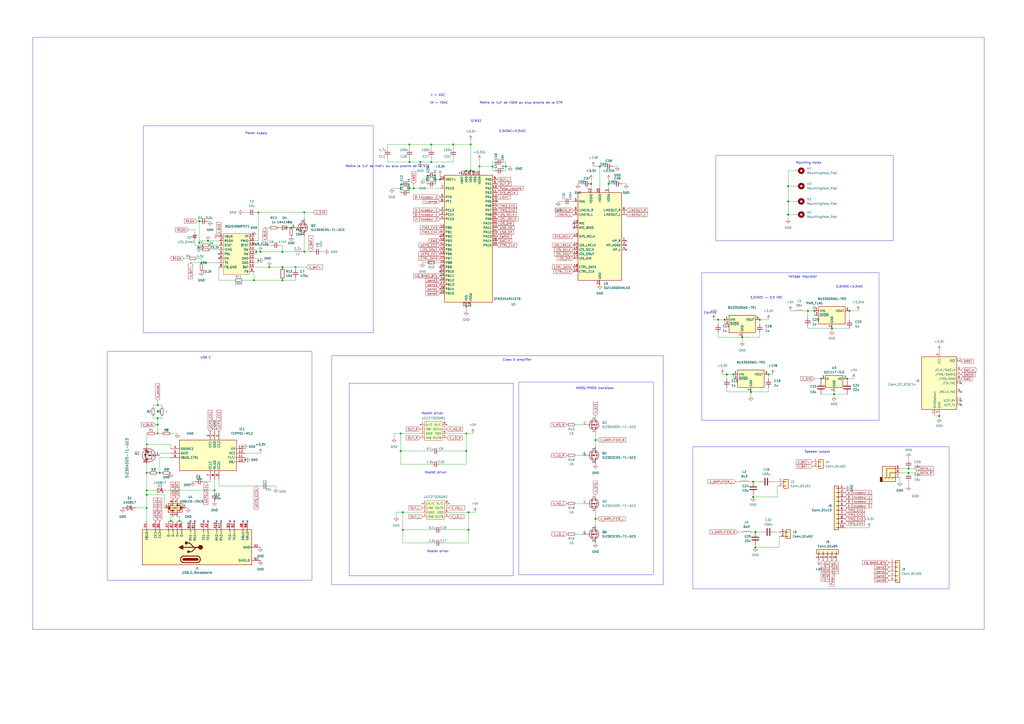
<source format=kicad_sch>
(kicad_sch (version 20231120) (generator "eeschema") (generator_version "8.0")
  (paper "A2")
  (lib_symbols
    (symbol "Audio:SGTL5000XNLA3"
      (property "Reference" "U" (at 0 0 0))
      (property "Value" "SGTL5000XNLA3" (at -5.08 -27.94 0))
      (symbol "SGTL5000XNLA3_1_1"
        (pin output line (at 15.24 -2.54 180) (length 2.54) (name "HP_R") (number "1"))
        (pin input line (at -15.24 7.62 0) (length 2.54) (name "MIC") (number "10"))
        (pin input line (at -15.24 5.08 0) (length 2.54) (name "MIC_BIAS") (number "11"))
        (pin power_in line (at -5.08 27.94 270) (length 2.54) (name "VDDIO") (number "12"))
        (pin input line (at -15.24 0 0) (length 2.54) (name "SYS_MCLK") (number "13"))
        (pin input line (at -15.24 -5.08 0) (length 2.54) (name "I2S_LRCLK") (number "14"))
        (pin input line (at -15.24 -7.62 0) (length 2.54) (name "I2S_SCLK") (number "15"))
        (pin output line (at -15.24 -10.16 0) (length 2.54) (name "I2S_DOUT") (number "16"))
        (pin input line (at -15.24 -12.7 0) (length 2.54) (name "I2S_DIN") (number "17"))
        (pin input line (at -15.24 -17.78 0) (length 2.54) (name "CTRL_DATA") (number "18"))
        (pin input line (at -15.24 -20.32 0) (length 2.54) (name "CTRL_CLK") (number "19"))
        (pin power_out line (at 15.24 -5.08 180) (length 2.54) (name "HP_VGND") (number "2"))
        (pin power_in line (at 0 27.94 270) (length 2.54) (name "VDDD") (number "20"))
        (pin power_in line (at 0 -27.94 90) (length 2.54) (name "GND") (number "21"))
        (pin power_in line (at 5.08 27.94 270) (length 2.54) (name "VDDA") (number "3"))
        (pin output line (at 15.24 -7.62 180) (length 2.54) (name "HP_L") (number "4"))
        (pin passive line (at -15.24 20.32 0) (length 2.54) (name "VAG") (number "5"))
        (pin output line (at 15.24 15.24 180) (length 2.54) (name "LINEOUT_R") (number "6"))
        (pin output line (at 15.24 12.7 180) (length 2.54) (name "LINEOUT_L") (number "7"))
        (pin input line (at -15.24 15.24 0) (length 2.54) (name "LINEIN_R") (number "8"))
        (pin input line (at -15.24 12.7 0) (length 2.54) (name "LINEIN_L") (number "9"))
      )
    )
    (symbol "BQ25:BQ25306RTET"
      (property "Reference" "BQ25306RTET1" (at 0 3.81 0))
      (property "Value" "~" (at -8.128 -0.762 0))
      (symbol "BQ25306RTET_1_1"
        (pin power_in line (at -10.16 0 0) (length 2.54) (name "VBUS") (number "1"))
        (pin power_in line (at 10.16 -17.78 180) (length 2.54) (name "BAT") (number "10"))
        (pin power_in line (at 10.16 -15.24 180) (length 2.54) (name "GND") (number "11"))
        (pin power_in line (at 10.16 -12.7 180) (length 2.54) (name "GND") (number "12"))
        (pin power_in line (at 10.16 -10.16 180) (length 2.54) (name "SW") (number "13"))
        (pin power_in line (at 10.16 -7.62 180) (length 2.54) (name "SW") (number "14"))
        (pin power_out line (at 10.16 -5.08 180) (length 2.54) (name "BTST") (number "15"))
        (pin power_out line (at 10.16 -2.54 180) (length 2.54) (name "PMID") (number "16"))
        (pin power_in line (at 10.16 0 180) (length 2.54) (name "TP") (number "17"))
        (pin power_in line (at -10.16 -2.54 0) (length 2.54) (name "REGN") (number "2"))
        (pin output line (at -10.16 -5.08 0) (length 2.54) (name "STAT") (number "3"))
        (pin input line (at -10.16 -7.62 0) (length 2.54) (name "ICHG") (number "4"))
        (pin input line (at -10.16 -10.16 0) (length 2.54) (name "POL") (number "5"))
        (pin input line (at -10.16 -12.7 0) (length 2.54) (name "EN") (number "6"))
        (pin input line (at -10.16 -15.24 0) (length 2.54) (name "TS") (number "7"))
        (pin input line (at -10.16 -17.78 0) (length 2.54) (name "FB_GND") (number "8"))
        (pin input line (at 10.16 -20.32 180) (length 2.54) (name "FB") (number "9"))
      )
    )
    (symbol "Connector:Conn_ST_STDC14"
      (property "Reference" "J" (at -8.89 16.51 0))
      (property "Value" "Conn_ST_STDC14" (at 17.78 16.51 0))
      (symbol "Conn_ST_STDC14_1_1"
        (pin no_connect line (at -10.16 5.08 0) (length 2.54) hide (name "NC") (number "1"))
        (pin output line (at 12.7 0 180) (length 2.54) (name "JTDI/NC") (number "10"))
        (pin passive line (at -2.54 -17.78 90) (length 2.54) (name "GNDDetect") (number "11"))
        (pin open_collector line (at 12.7 12.7 180) (length 2.54) (name "~{RST}") (number "12"))
        (pin output line (at 12.7 -10.16 180) (length 2.54) (name "VCP_RX") (number "13"))
        (pin input line (at 12.7 -12.7 180) (length 2.54) (name "VCP_TX") (number "14"))
        (pin no_connect line (at -10.16 2.54 0) (length 2.54) hide (name "NC") (number "2"))
        (pin power_in line (at 0 17.78 270) (length 2.54) (name "VCC") (number "3"))
        (pin bidirectional line (at 12.7 5.08 180) (length 2.54) (name "JTMS/SWDIO") (number "4"))
        (pin power_in line (at 0 -17.78 90) (length 2.54) (name "GND") (number "5"))
        (pin output line (at 12.7 7.62 180) (length 2.54) (name "JCLK/SWCLK") (number "6"))
        (pin passive line (at 0 -17.78 90) (length 2.54) hide (name "GND") (number "7"))
        (pin input line (at 12.7 2.54 180) (length 2.54) (name "JTDO/SWO") (number "8"))
        (pin input line (at 12.7 -5.08 180) (length 2.54) (name "JRCLK/NC") (number "9"))
      )
    )
    (symbol "Connector:USB_C_Receptacle" (pin_names (offset 1.016))
      (property "Reference" "J" (at -10.16 29.21 0))
      (property "Value" "USB_C_Receptacle" (at 10.16 29.21 0))
      (symbol "USB_C_Receptacle_1_1"
        (pin passive line (at 0 -40.64 90) (length 5.08) (name "GND") (number "A1"))
        (pin bidirectional line (at 15.24 -15.24 180) (length 5.08) (name "RX2-") (number "A10"))
        (pin bidirectional line (at 15.24 -17.78 180) (length 5.08) (name "RX2+") (number "A11"))
        (pin passive line (at 0 -40.64 90) (length 5.08) hide (name "GND") (number "A12"))
        (pin bidirectional line (at 15.24 -10.16 180) (length 5.08) (name "TX1+") (number "A2"))
        (pin bidirectional line (at 15.24 -7.62 180) (length 5.08) (name "TX1-") (number "A3"))
        (pin passive line (at 15.24 25.4 180) (length 5.08) (name "VBUS") (number "A4"))
        (pin bidirectional line (at 15.24 20.32 180) (length 5.08) (name "CC1") (number "A5"))
        (pin bidirectional line (at 15.24 7.62 180) (length 5.08) (name "D+") (number "A6"))
        (pin bidirectional line (at 15.24 12.7 180) (length 5.08) (name "D-") (number "A7"))
        (pin bidirectional line (at 15.24 -30.48 180) (length 5.08) (name "SBU1") (number "A8"))
        (pin passive line (at 15.24 25.4 180) (length 5.08) hide (name "VBUS") (number "A9"))
        (pin passive line (at 0 -40.64 90) (length 5.08) hide (name "GND") (number "B1"))
        (pin bidirectional line (at 15.24 0 180) (length 5.08) (name "RX1-") (number "B10"))
        (pin bidirectional line (at 15.24 -2.54 180) (length 5.08) (name "RX1+") (number "B11"))
        (pin passive line (at 0 -40.64 90) (length 5.08) hide (name "GND") (number "B12"))
        (pin bidirectional line (at 15.24 -25.4 180) (length 5.08) (name "TX2+") (number "B2"))
        (pin bidirectional line (at 15.24 -22.86 180) (length 5.08) (name "TX2-") (number "B3"))
        (pin passive line (at 15.24 25.4 180) (length 5.08) hide (name "VBUS") (number "B4"))
        (pin bidirectional line (at 15.24 17.78 180) (length 5.08) (name "CC2") (number "B5"))
        (pin bidirectional line (at 15.24 5.08 180) (length 5.08) (name "D+") (number "B6"))
        (pin bidirectional line (at 15.24 10.16 180) (length 5.08) (name "D-") (number "B7"))
        (pin bidirectional line (at 15.24 -33.02 180) (length 5.08) (name "SBU2") (number "B8"))
        (pin passive line (at 15.24 25.4 180) (length 5.08) hide (name "VBUS") (number "B9"))
        (pin passive line (at -7.62 -40.64 90) (length 5.08) (name "SHIELD") (number "S1"))
      )
    )
    (symbol "Connector_Audio:AudioJack3"
      (property "Reference" "J" (at 0 8.89 0))
      (property "Value" "AudioJack3" (at 0 6.35 0))
      (symbol "AudioJack3_1_1"
        (pin passive line (at 5.08 0 180) (length 2.54) (name "~") (number "R"))
        (pin passive line (at 5.08 2.54 180) (length 2.54) (name "~") (number "S"))
        (pin passive line (at 5.08 -2.54 180) (length 2.54) (name "~") (number "T"))
      )
    )
    (symbol "Connector_Generic:Conn_01x02" (pin_names (offset 1.016) hide)
      (property "Reference" "J" (at 0 2.54 0))
      (property "Value" "Conn_01x02" (at 0 -5.08 0))
      (symbol "Conn_01x02_1_1"
        (pin passive line (at -5.08 0 0) (length 3.81) (name "Pin_1") (number "1"))
        (pin passive line (at -5.08 -2.54 0) (length 3.81) (name "Pin_2") (number "2"))
      )
    )
    (symbol "Connector_Generic:Conn_01x05" (pin_names (offset 1.016) hide)
      (property "Reference" "J" (at 0 7.62 0))
      (property "Value" "Conn_01x05" (at 0 -7.62 0))
      (symbol "Conn_01x05_1_1"
        (pin passive line (at -5.08 5.08 0) (length 3.81) (name "Pin_1") (number "1"))
        (pin passive line (at -5.08 2.54 0) (length 3.81) (name "Pin_2") (number "2"))
        (pin passive line (at -5.08 0 0) (length 3.81) (name "Pin_3") (number "3"))
        (pin passive line (at -5.08 -2.54 0) (length 3.81) (name "Pin_4") (number "4"))
        (pin passive line (at -5.08 -5.08 0) (length 3.81) (name "Pin_5") (number "5"))
      )
    )
    (symbol "Connector_Generic:Conn_01x10" (pin_names (offset 1.016) hide)
      (property "Reference" "J" (at 0 12.7 0))
      (property "Value" "Conn_01x10" (at 0 -15.24 0))
      (symbol "Conn_01x10_1_1"
        (pin passive line (at -5.08 10.16 0) (length 3.81) (name "Pin_1") (number "1"))
        (pin passive line (at -5.08 -12.7 0) (length 3.81) (name "Pin_10") (number "10"))
        (pin passive line (at -5.08 7.62 0) (length 3.81) (name "Pin_2") (number "2"))
        (pin passive line (at -5.08 5.08 0) (length 3.81) (name "Pin_3") (number "3"))
        (pin passive line (at -5.08 2.54 0) (length 3.81) (name "Pin_4") (number "4"))
        (pin passive line (at -5.08 0 0) (length 3.81) (name "Pin_5") (number "5"))
        (pin passive line (at -5.08 -2.54 0) (length 3.81) (name "Pin_6") (number "6"))
        (pin passive line (at -5.08 -5.08 0) (length 3.81) (name "Pin_7") (number "7"))
        (pin passive line (at -5.08 -7.62 0) (length 3.81) (name "Pin_8") (number "8"))
        (pin passive line (at -5.08 -10.16 0) (length 3.81) (name "Pin_9") (number "9"))
      )
    )
    (symbol "Device:C" (pin_numbers hide) (pin_names (offset 0.254))
      (property "Reference" "C" (at 0.635 2.54 0))
      (property "Value" "C" (at 0.635 -2.54 0))
      (symbol "C_1_1"
        (pin passive line (at 0 3.81 270) (length 2.794) (name "~") (number "1"))
        (pin passive line (at 0 -3.81 90) (length 2.794) (name "~") (number "2"))
      )
    )
    (symbol "Device:C_Small" (pin_numbers hide) (pin_names (offset 0.254) hide)
      (property "Reference" "C" (at 0.254 1.778 0))
      (property "Value" "C_Small" (at 0.254 -2.032 0))
      (symbol "C_Small_1_1"
        (pin passive line (at 0 2.54 270) (length 2.032) (name "~") (number "1"))
        (pin passive line (at 0 -2.54 90) (length 2.032) (name "~") (number "2"))
      )
    )
    (symbol "Device:LED_Small" (pin_numbers hide) (pin_names (offset 0.254) hide)
      (property "Reference" "D" (at -1.27 3.175 0))
      (property "Value" "LED_Small" (at -4.445 -2.54 0))
      (symbol "LED_Small_1_1"
        (pin passive line (at -2.54 0 0) (length 1.778) (name "K") (number "1"))
        (pin passive line (at 2.54 0 180) (length 1.778) (name "A") (number "2"))
      )
    )
    (symbol "Device:L_Small" (pin_numbers hide) (pin_names (offset 0.254) hide)
      (property "Reference" "L" (at 0.762 1.016 0))
      (property "Value" "L_Small" (at 0.762 -1.016 0))
      (symbol "L_Small_1_1"
        (pin passive line (at 0 2.54 270) (length 0.508) (name "~") (number "1"))
        (pin passive line (at 0 -2.54 90) (length 0.508) (name "~") (number "2"))
      )
    )
    (symbol "Device:R" (pin_numbers hide) (pin_names (offset 0))
      (property "Reference" "R" (at 2.032 0 90))
      (property "Value" "R" (at 0 0 90))
      (symbol "R_1_1"
        (pin passive line (at 0 3.81 270) (length 1.27) (name "~") (number "1"))
        (pin passive line (at 0 -3.81 90) (length 1.27) (name "~") (number "2"))
      )
    )
    (symbol "Device:R_Small" (pin_numbers hide) (pin_names (offset 0.254) hide)
      (property "Reference" "R" (at 0.762 0.508 0))
      (property "Value" "R_Small" (at 0.762 -1.016 0))
      (symbol "R_Small_1_1"
        (pin passive line (at 0 2.54 270) (length 0.762) (name "~") (number "1"))
        (pin passive line (at 0 -2.54 90) (length 0.762) (name "~") (number "2"))
      )
    )
    (symbol "Diode:1N4148W" (pin_numbers hide) (pin_names hide)
      (property "Reference" "D" (at 0 2.54 0))
      (property "Value" "1N4148W" (at 0 -2.54 0))
      (symbol "1N4148W_1_1"
        (pin passive line (at -3.81 0 0) (length 2.54) (name "K") (number "1"))
        (pin passive line (at 3.81 0 180) (length 2.54) (name "A") (number "2"))
      )
    )
    (symbol "Diode:1N5817" (pin_numbers hide) (pin_names (offset 1.016) hide)
      (property "Reference" "D" (at 0 2.54 0))
      (property "Value" "1N5817" (at 0 -2.54 0))
      (symbol "1N5817_1_1"
        (pin passive line (at -3.81 0 0) (length 2.54) (name "K") (number "1"))
        (pin passive line (at 3.81 0 180) (length 2.54) (name "A") (number "2"))
      )
    )
    (symbol "GND_1" (power) (pin_numbers hide) (pin_names (offset 0) hide)
      (property "Value" "GND" (at 0 -3.81 0))
      (symbol "GND_1_1_1"
        (pin power_in line (at 0 0 270) (length 0) (name "~") (number "1"))
      )
    )
    (symbol "GND_10" (power) (pin_numbers hide) (pin_names (offset 0) hide)
      (property "Value" "GND" (at 0 -3.81 0))
      (symbol "GND_10_1_1"
        (pin power_in line (at 0 0 270) (length 0) (name "~") (number "1"))
      )
    )
    (symbol "GND_11" (power) (pin_numbers hide) (pin_names (offset 0) hide)
      (property "Value" "GND" (at 0 -3.81 0))
      (symbol "GND_11_1_1"
        (pin power_in line (at 0 0 270) (length 0) (name "~") (number "1"))
      )
    )
    (symbol "GND_2" (power) (pin_numbers hide) (pin_names (offset 0) hide)
      (property "Value" "GND" (at 0 -3.81 0))
      (symbol "GND_2_1_1"
        (pin power_in line (at 0 0 270) (length 0) (name "~") (number "1"))
      )
    )
    (symbol "GND_3" (power) (pin_numbers hide) (pin_names (offset 0) hide)
      (property "Value" "GND" (at 0 -3.81 0))
      (symbol "GND_3_1_1"
        (pin power_in line (at 0 0 270) (length 0) (name "~") (number "1"))
      )
    )
    (symbol "GND_4" (power) (pin_numbers hide) (pin_names (offset 0) hide)
      (property "Value" "GND" (at 0 -3.81 0))
      (symbol "GND_4_1_1"
        (pin power_in line (at 0 0 270) (length 0) (name "~") (number "1"))
      )
    )
    (symbol "GND_5" (power) (pin_numbers hide) (pin_names (offset 0) hide)
      (property "Value" "GND" (at 0 -3.81 0))
      (symbol "GND_5_1_1"
        (pin power_in line (at 0 0 270) (length 0) (name "~") (number "1"))
      )
    )
    (symbol "GND_6" (power) (pin_numbers hide) (pin_names (offset 0) hide)
      (property "Value" "GND" (at 0 -3.81 0))
      (symbol "GND_6_1_1"
        (pin power_in line (at 0 0 270) (length 0) (name "~") (number "1"))
      )
    )
    (symbol "GND_7" (power) (pin_numbers hide) (pin_names (offset 0) hide)
      (property "Value" "GND" (at 0 -3.81 0))
      (symbol "GND_7_1_1"
        (pin power_in line (at 0 0 270) (length 0) (name "~") (number "1"))
      )
    )
    (symbol "GND_8" (power) (pin_numbers hide) (pin_names (offset 0) hide)
      (property "Value" "GND" (at 0 -3.81 0))
      (symbol "GND_8_1_1"
        (pin power_in line (at 0 0 270) (length 0) (name "~") (number "1"))
      )
    )
    (symbol "GND_9" (power) (pin_numbers hide) (pin_names (offset 0) hide)
      (property "Value" "GND" (at 0 -3.81 0))
      (symbol "GND_9_1_1"
        (pin power_in line (at 0 0 270) (length 0) (name "~") (number "1"))
      )
    )
    (symbol "MCU_ST_STM32G4:STM32G491CETx"
      (property "Reference" "U" (at -12.7 39.37 0))
      (property "Value" "STM32G491CETx" (at 10.16 39.37 0))
      (symbol "STM32G491CETx_1_1"
        (pin power_in line (at -2.54 40.64 270) (length 2.54) (name "VBAT") (number "1"))
        (pin bidirectional line (at 17.78 30.48 180) (length 2.54) (name "PA2") (number "10"))
        (pin bidirectional line (at 17.78 27.94 180) (length 2.54) (name "PA3") (number "11"))
        (pin bidirectional line (at 17.78 25.4 180) (length 2.54) (name "PA4") (number "12"))
        (pin bidirectional line (at 17.78 22.86 180) (length 2.54) (name "PA5") (number "13"))
        (pin bidirectional line (at 17.78 20.32 180) (length 2.54) (name "PA6") (number "14"))
        (pin bidirectional line (at 17.78 17.78 180) (length 2.54) (name "PA7") (number "15"))
        (pin bidirectional line (at -15.24 7.62 0) (length 2.54) (name "PB0") (number "16"))
        (pin bidirectional line (at -15.24 5.08 0) (length 2.54) (name "PB1") (number "17"))
        (pin bidirectional line (at -15.24 2.54 0) (length 2.54) (name "PB2") (number "18"))
        (pin power_in line (at 2.54 -38.1 90) (length 2.54) (name "VSSA") (number "19"))
        (pin bidirectional line (at -15.24 17.78 0) (length 2.54) (name "PC13") (number "2"))
        (pin input line (at -15.24 35.56 0) (length 2.54) (name "VREF+") (number "20"))
        (pin power_in line (at 7.62 40.64 270) (length 2.54) (name "VDDA") (number "21"))
        (pin bidirectional line (at -15.24 -17.78 0) (length 2.54) (name "PB10") (number "22"))
        (pin power_in line (at 0 -38.1 90) (length 2.54) (name "VSS") (number "23"))
        (pin power_in line (at 0 40.64 270) (length 2.54) (name "VDD") (number "24"))
        (pin bidirectional line (at -15.24 -20.32 0) (length 2.54) (name "PB11") (number "25"))
        (pin bidirectional line (at -15.24 -22.86 0) (length 2.54) (name "PB12") (number "26"))
        (pin bidirectional line (at -15.24 -25.4 0) (length 2.54) (name "PB13") (number "27"))
        (pin bidirectional line (at -15.24 -27.94 0) (length 2.54) (name "PB14") (number "28"))
        (pin bidirectional line (at -15.24 -30.48 0) (length 2.54) (name "PB15") (number "29"))
        (pin bidirectional line (at -15.24 15.24 0) (length 2.54) (name "PC14") (number "3"))
        (pin bidirectional line (at 17.78 15.24 180) (length 2.54) (name "PA8") (number "30"))
        (pin bidirectional line (at 17.78 12.7 180) (length 2.54) (name "PA9") (number "31"))
        (pin bidirectional line (at 17.78 10.16 180) (length 2.54) (name "PA10") (number "32"))
        (pin bidirectional line (at 17.78 7.62 180) (length 2.54) (name "PA11") (number "33"))
        (pin bidirectional line (at 17.78 5.08 180) (length 2.54) (name "PA12") (number "34"))
        (pin passive line (at 0 -38.1 90) (length 2.54) hide (name "VSS") (number "35"))
        (pin power_in line (at 2.54 40.64 270) (length 2.54) (name "VDD") (number "36"))
        (pin bidirectional line (at 17.78 2.54 180) (length 2.54) (name "PA13") (number "37"))
        (pin bidirectional line (at 17.78 0 180) (length 2.54) (name "PA14") (number "38"))
        (pin bidirectional line (at 17.78 -2.54 180) (length 2.54) (name "PA15") (number "39"))
        (pin bidirectional line (at -15.24 12.7 0) (length 2.54) (name "PC15") (number "4"))
        (pin bidirectional line (at -15.24 0 0) (length 2.54) (name "PB3") (number "40"))
        (pin bidirectional line (at -15.24 -2.54 0) (length 2.54) (name "PB4") (number "41"))
        (pin bidirectional line (at -15.24 -5.08 0) (length 2.54) (name "PB5") (number "42"))
        (pin bidirectional line (at -15.24 -7.62 0) (length 2.54) (name "PB6") (number "43"))
        (pin bidirectional line (at -15.24 -10.16 0) (length 2.54) (name "PB7") (number "44"))
        (pin bidirectional line (at -15.24 -12.7 0) (length 2.54) (name "PB8") (number "45"))
        (pin bidirectional line (at -15.24 -15.24 0) (length 2.54) (name "PB9") (number "46"))
        (pin passive line (at 0 -38.1 90) (length 2.54) hide (name "VSS") (number "47"))
        (pin power_in line (at 5.08 40.64 270) (length 2.54) (name "VDD") (number "48"))
        (pin bidirectional line (at -15.24 25.4 0) (length 2.54) (name "PF0") (number "5"))
        (pin bidirectional line (at -15.24 22.86 0) (length 2.54) (name "PF1") (number "6"))
        (pin bidirectional line (at -15.24 30.48 0) (length 2.54) (name "PG10") (number "7"))
        (pin bidirectional line (at 17.78 35.56 180) (length 2.54) (name "PA0") (number "8"))
        (pin bidirectional line (at 17.78 33.02 180) (length 2.54) (name "PA1") (number "9"))
      )
    )
    (symbol "Mechanical:MountingHole_Pad" (pin_numbers hide) (pin_names (offset 1.016) hide)
      (property "Reference" "H" (at 0 6.35 0))
      (property "Value" "MountingHole_Pad" (at 0 4.445 0))
      (symbol "MountingHole_Pad_1_1"
        (pin input line (at 0 -2.54 90) (length 2.54) (name "1") (number "1"))
      )
    )
    (symbol "Power_Protection:USBLC6-2SC6" (pin_names hide)
      (property "Reference" "U" (at 0.635 5.715 0))
      (property "Value" "USBLC6-2SC6" (at 0.635 3.81 0))
      (symbol "USBLC6-2SC6_1_1"
        (pin passive line (at -5.08 0 0) (length 2.54) (name "I/O1") (number "1"))
        (pin passive line (at 0 -7.62 90) (length 2.54) (name "GND") (number "2"))
        (pin passive line (at -5.08 -2.54 0) (length 2.54) (name "I/O2") (number "3"))
        (pin passive line (at 5.08 -2.54 180) (length 2.54) (name "I/O2") (number "4"))
        (pin passive line (at 0 5.08 270) (length 2.54) (name "VBUS") (number "5"))
        (pin passive line (at 5.08 0 180) (length 2.54) (name "I/O1") (number "6"))
      )
    )
    (symbol "Regulator_Linear:AZ1117-5.0" (pin_names (offset 0.254))
      (property "Reference" "U" (at -3.81 3.175 0))
      (property "Value" "AZ1117-5.0" (at 0 3.175 0))
      (symbol "AZ1117-5.0_1_1"
        (pin power_in line (at 0 -7.62 90) (length 2.54) (name "GND") (number "1"))
        (pin power_out line (at 7.62 0 180) (length 2.54) (name "VO") (number "2"))
        (pin power_in line (at -7.62 0 0) (length 2.54) (name "VI") (number "3"))
      )
    )
    (symbol "Regulator_Linear:MCP1802x-xx02xOT"
      (property "Reference" "U" (at -6.35 6.35 0))
      (property "Value" "MCP1802x-xx02xOT" (at 0 6.35 0))
      (symbol "MCP1802x-xx02xOT_1_1"
        (pin power_in line (at -10.16 2.54 0) (length 2.54) (name "VIN") (number "1"))
        (pin power_in line (at 0 -7.62 90) (length 2.54) (name "GND") (number "2"))
        (pin input line (at -10.16 0 0) (length 2.54) (name "~{SHDN}") (number "3"))
        (pin no_connect line (at 7.62 0 180) (length 2.54) hide (name "NC") (number "4"))
        (pin power_out line (at 10.16 2.54 180) (length 2.54) (name "VOUT") (number "5"))
      )
    )
    (symbol "SI2304DDS:SI2304DDS-T1-GE3" (pin_names (offset 0.254))
      (property "Reference" "Q1" (at 11.43 -1.27 0))
      (property "Value" "SI2304DDS-T1-GE3" (at 19.05 -10.16 90))
      (symbol "SI2304DDS-T1-GE3_1_1"
        (pin passive line (at 0 0 0) (length 2.54) (name "G") (number "1"))
        (pin passive line (at 7.62 -5.08 90) (length 2.54) (name "S") (number "2"))
        (pin passive line (at 7.62 5.08 270) (length 2.54) (name "D") (number "3"))
      )
    )
    (symbol "Simulation_SPICE:NMOS" (pin_numbers hide) (pin_names (offset 0))
      (property "Reference" "Q" (at 5.08 1.27 0))
      (property "Value" "NMOS" (at 5.08 -1.27 0))
      (symbol "NMOS_1_1"
        (pin passive line (at 2.54 5.08 270) (length 2.54) (name "D") (number "1"))
        (pin input line (at -5.08 0 0) (length 2.54) (name "G") (number "2"))
        (pin passive line (at 2.54 -5.08 90) (length 2.54) (name "S") (number "3"))
      )
    )
    (symbol "Simulation_SPICE:PMOS" (pin_numbers hide) (pin_names (offset 0))
      (property "Reference" "Q" (at 5.08 1.27 0))
      (property "Value" "PMOS" (at 5.08 -1.27 0))
      (symbol "PMOS_1_1"
        (pin passive line (at 2.54 5.08 270) (length 2.54) (name "D") (number "1"))
        (pin input line (at -5.08 0 0) (length 2.54) (name "G") (number "2"))
        (pin passive line (at 2.54 -5.08 90) (length 2.54) (name "S") (number "3"))
      )
    )
    (symbol "TCPP01:TCPP01-M12"
      (property "Reference" "IC1" (at -1.27 13.335 90))
      (property "Value" "TCPP01-M12" (at 1.27 13.335 90))
      (symbol "TCPP01-M12_1_1"
        (pin passive line (at 0 0 0) (length 5.08) (name "CC2") (number "1"))
        (pin passive line (at 17.78 15.24 270) (length 5.08) (name "DB/") (number "10"))
        (pin passive line (at 15.24 15.24 270) (length 5.08) (name "FLT/") (number "11"))
        (pin passive line (at 12.7 15.24 270) (length 5.08) (name "VCC") (number "12"))
        (pin passive line (at 10.16 15.24 270) (length 5.08) (name "EP") (number "13"))
        (pin power_in line (at 0 -2.54 0) (length 5.08) (name "GND") (number "2"))
        (pin passive line (at 0 -5.08 0) (length 5.08) (name "CC1") (number "3"))
        (pin passive line (at 10.16 -27.94 90) (length 5.08) (name "SOURCE") (number "4"))
        (pin passive line (at 12.7 -27.94 90) (length 5.08) (name "GATE") (number "5"))
        (pin passive line (at 15.24 -27.94 90) (length 5.08) (name "VBUS_CTRL") (number "6"))
        (pin passive line (at 27.94 -5.08 180) (length 5.08) (name "CC1C") (number "7"))
        (pin passive line (at 27.94 -2.54 180) (length 5.08) (name "IN_GD") (number "8"))
        (pin passive line (at 27.94 0 180) (length 5.08) (name "CC2C") (number "9"))
      )
    )
    (symbol "UCC27325DR_1"
      (property "Reference" "UCC27325DR1" (at 0 6.35 0))
      (property "Value" "~" (at -2.54 0 0))
      (symbol "UCC27325DR_1_1_1"
        (pin no_connect line (at -7.62 2.54 0) (length 2.54) (name "N/C") (number "1"))
        (pin input line (at -7.62 0 0) (length 2.54) (name "INA") (number "2"))
        (pin power_in line (at -7.62 -2.54 0) (length 2.54) (name "GND") (number "3"))
        (pin input line (at -7.62 -5.08 0) (length 2.54) (name "INB") (number "4"))
        (pin output line (at 7.62 -5.08 180) (length 2.54) (name "OUTB") (number "5"))
        (pin power_in line (at 7.62 -2.54 180) (length 2.54) (name "VDD") (number "6"))
        (pin output line (at 7.62 0 180) (length 2.54) (name "OUTA") (number "7"))
        (pin no_connect line (at 7.62 2.54 180) (length 2.54) (name "N/C") (number "8"))
      )
    )
    (symbol "power:+1V8" (power) (pin_numbers hide) (pin_names (offset 0) hide)
      (property "Value" "+1V8" (at 0 3.556 0))
      (symbol "+1V8_1_1"
        (pin power_in line (at 0 0 90) (length 0) (name "~") (number "1"))
      )
    )
    (symbol "power:+3.3V" (power) (pin_numbers hide) (pin_names (offset 0) hide)
      (property "Value" "+3.3V" (at 0 3.556 0))
      (symbol "+3.3V_1_1"
        (pin power_in line (at 0 0 90) (length 0) (name "~") (number "1"))
      )
    )
    (symbol "power:+3.3VA" (power) (pin_numbers hide) (pin_names (offset 0) hide)
      (property "Value" "+3.3VA" (at 0 3.556 0))
      (symbol "+3.3VA_1_1"
        (pin power_in line (at 0 0 90) (length 0) (name "~") (number "1"))
      )
    )
    (symbol "power:+5V" (power) (pin_numbers hide) (pin_names (offset 0) hide)
      (property "Value" "+5V" (at 0 3.556 0))
      (symbol "+5V_1_1"
        (pin power_in line (at 0 0 90) (length 0) (name "~") (number "1"))
      )
    )
    (symbol "power:GND" (power) (pin_names (offset 0))
      (property "Value" "GND" (at 0 -3.81 0))
      (symbol "GND_1_1"
        (pin power_in line (at 0 0 270) (length 0) hide (name "GND") (number "1"))
      )
    )
    (symbol "power:PWR_FLAG" (power) (pin_numbers hide) (pin_names (offset 0) hide)
      (property "Value" "PWR_FLAG" (at 0 3.81 0))
      (symbol "PWR_FLAG_0_0"
        (pin power_out line (at 0 0 90) (length 0) (name "pwr") (number "1"))
      )
    )
  )
  (junction (at 171.45 154.94))
  (junction (at 457.2 107.95))
  (junction (at 176.53 123.19))
  (junction (at 278.13 96.52))
  (junction (at 232.41 109.22))
  (junction (at 527.05 271.78))
  (junction (at 270.51 261.62))
  (junction (at 476.25 219.71))
  (junction (at 342.9 106.68))
  (junction (at 149.86 151.13))
  (junction (at 457.2 124.46))
  (junction (at 285.75 96.52))
  (junction (at 91.44 246.38))
  (junction (at 99.06 302.26))
  (junction (at 270.51 99.06))
  (junction (at 250.19 83.82))
  (junction (at 425.45 217.17))
  (junction (at 156.21 154.94))
  (junction (at 237.49 93.98))
  (junction (at 527.05 274.32))
  (junction (at 273.05 83.82))
  (junction (at 142.24 266.7))
  (junction (at 347.98 96.52))
  (junction (at 250.19 93.98))
  (junction (at 85.09 287.02))
  (junction (at 345.44 255.27))
  (junction (at 147.32 162.56))
  (junction (at 163.83 154.94))
  (junction (at 482.6 190.5))
  (junction (at 163.83 146.05))
  (junction (at 438.15 317.5))
  (junction (at 492.76 180.34))
  (junction (at 116.84 152.4))
  (junction (at 91.44 251.46))
  (junction (at 293.37 96.52))
  (junction (at 237.49 83.82))
  (junction (at 270.51 177.8))
  (junction (at 148.59 146.05))
  (junction (at 438.15 308.61))
  (junction (at 115.57 128.27))
  (junction (at 240.03 109.22))
  (junction (at 176.53 146.05))
  (junction (at 151.13 146.05))
  (junction (at 445.77 217.17))
  (junction (at 232.41 261.62))
  (junction (at 247.65 104.14))
  (junction (at 491.49 219.71))
  (junction (at 430.53 195.58))
  (junction (at 243.84 93.98))
  (junction (at 252.73 104.14))
  (junction (at 483.87 228.6))
  (junction (at 91.44 242.57))
  (junction (at 124.46 284.48))
  (junction (at 416.56 185.42))
  (junction (at 149.86 123.19))
  (junction (at 233.68 307.34))
  (junction (at 457.2 116.84))
  (junction (at 91.44 234.95))
  (junction (at 168.91 132.08))
  (junction (at 544.83 241.3))
  (junction (at 436.88 288.29))
  (junction (at 468.63 180.34))
  (junction (at 163.83 162.56))
  (junction (at 85.09 294.64))
  (junction (at 237.49 109.22))
  (junction (at 472.44 180.34))
  (junction (at 85.09 284.48))
  (junction (at 120.65 139.7))
  (junction (at 420.37 185.42))
  (junction (at 233.68 297.18))
  (junction (at 271.78 307.34))
  (junction (at 271.78 297.18))
  (junction (at 421.64 217.17))
  (junction (at 85.09 274.32))
  (junction (at 440.69 185.42))
  (junction (at 255.27 104.14))
  (junction (at 345.44 300.99))
  (junction (at 353.06 106.68))
  (junction (at 262.89 83.82))
  (junction (at 104.14 302.26))
  (junction (at 232.41 251.46))
  (junction (at 85.09 257.81))
  (junction (at 273.05 99.06))
  (junction (at 92.71 274.32))
  (junction (at 435.61 227.33))
  (junction (at 270.51 251.46))
  (junction (at 436.88 279.4))
  (no_connect (at 127 147.32))
  (no_connect (at 288.29 116.84))
  (no_connect (at 127 149.86))
  (no_connect (at 113.03 302.26))
  (no_connect (at 125.73 302.26))
  (no_connect (at 135.89 302.26))
  (no_connect (at 120.65 302.26))
  (no_connect (at 140.97 302.26))
  (no_connect (at 143.51 302.26))
  (no_connect (at 255.27 137.16))
  (no_connect (at 557.53 232.41))
  (no_connect (at 557.53 222.25))
  (no_connect (at 118.11 302.26))
  (no_connect (at 255.27 157.48))
  (no_connect (at 363.22 139.7))
  (no_connect (at 363.22 142.24))
  (no_connect (at 133.35 302.26))
  (no_connect (at 332.74 129.54))
  (no_connect (at 255.27 154.94))
  (no_connect (at 557.53 227.33))
  (no_connect (at 332.74 132.08))
  (no_connect (at 363.22 144.78))
  (no_connect (at 557.53 234.95))
  (no_connect (at 110.49 302.26))
  (no_connect (at 128.27 302.26))
  (wire (pts (xy 85.09 284.48) (xy 85.09 287.02)))
  (wire (pts (xy 347.98 96.52) (xy 350.52 96.52)))
  (wire (pts (xy 285.75 99.06) (xy 287.02 99.06)))
  (wire (pts (xy 334.01 246.38) (xy 337.82 246.38)))
  (wire (pts (xy 121.92 128.27) (xy 120.65 128.27)))
  (wire (pts (xy 85.09 287.02) (xy 85.09 294.64)))
  (wire (pts (xy 450.85 281.94) (xy 450.85 288.29)))
  (wire (pts (xy 224.79 83.82) (xy 224.79 86.36)))
  (wire (pts (xy 147.32 157.48) (xy 147.32 162.56)))
  (wire (pts (xy 438.15 308.61) (xy 441.96 308.61)))
  (wire (pts (xy 176.53 123.19) (xy 176.53 127)))
  (wire (pts (xy 147.32 152.4) (xy 149.86 152.4)))
  (wire (pts (xy 160.02 281.94) (xy 160.02 283.21)))
  (wire (pts (xy 345.44 255.27) (xy 345.44 259.08)))
  (wire (pts (xy 156.21 281.94) (xy 160.02 281.94)))
  (wire (pts (xy 237.49 91.44) (xy 237.49 93.98)))
  (wire (pts (xy 419.1 217.17) (xy 421.64 217.17)))
  (wire (pts (xy 270.51 177.8) (xy 270.51 180.34)))
  (wire (pts (xy 85.09 287.02) (xy 95.25 287.02)))
  (wire (pts (xy 466.09 180.34) (xy 468.63 180.34)))
  (wire (pts (xy 527.05 279.4) (xy 527.05 281.94)))
  (wire (pts (xy 107.95 294.64) (xy 109.22 294.64)))
  (wire (pts (xy 97.79 302.26) (xy 99.06 302.26)))
  (wire (pts (xy 250.19 91.44) (xy 250.19 93.98)))
  (wire (pts (xy 93.98 241.3) (xy 93.98 242.57)))
  (wire (pts (xy 142.24 262.89) (xy 151.13 262.89)))
  (wire (pts (xy 250.19 269.24) (xy 232.41 269.24)))
  (wire (pts (xy 100.33 299.72) (xy 99.06 299.72)))
  (wire (pts (xy 240.03 109.22) (xy 255.27 109.22)))
  (wire (pts (xy 490.22 306.07) (xy 504.19 306.07)))
  (wire (pts (xy 237.49 93.98) (xy 243.84 93.98)))
  (wire (pts (xy 345.44 297.18) (xy 345.44 300.99)))
  (wire (pts (xy 440.69 193.04) (xy 440.69 195.58)))
  (wire (pts (xy 121.92 278.13) (xy 121.92 279.4)))
  (wire (pts (xy 434.34 279.4) (xy 436.88 279.4)))
  (wire (pts (xy 135.89 162.56) (xy 127 162.56)))
  (wire (pts (xy 240.03 106.68) (xy 240.03 109.22)))
  (wire (pts (xy 88.9 234.95) (xy 88.9 236.22)))
  (wire (pts (xy 421.64 224.79) (xy 421.64 227.33)))
  (wire (pts (xy 457.2 99.06) (xy 461.01 99.06)))
  (wire (pts (xy 140.97 123.19) (xy 143.51 123.19)))
  (wire (pts (xy 232.41 261.62) (xy 250.19 261.62)))
  (wire (pts (xy 224.79 91.44) (xy 224.79 93.98)))
  (wire (pts (xy 334.01 264.16) (xy 337.82 264.16)))
  (wire (pts (xy 228.6 254) (xy 228.6 251.46)))
  (wire (pts (xy 237.49 83.82) (xy 237.49 86.36)))
  (wire (pts (xy 91.44 251.46) (xy 91.44 246.38)))
  (wire (pts (xy 436.88 279.4) (xy 440.69 279.4)))
  (wire (pts (xy 252.73 101.6) (xy 252.73 104.14)))
  (wire (pts (xy 245.11 297.18) (xy 233.68 297.18)))
  (wire (pts (xy 233.68 297.18) (xy 233.68 307.34)))
  (wire (pts (xy 114.3 149.86) (xy 116.84 149.86)))
  (wire (pts (xy 85.09 269.24) (xy 85.09 274.32)))
  (wire (pts (xy 91.44 274.32) (xy 92.71 274.32)))
  (wire (pts (xy 445.77 217.17) (xy 445.77 219.71)))
  (wire (pts (xy 149.86 123.19) (xy 149.86 139.7)))
  (wire (pts (xy 171.45 154.94) (xy 171.45 156.21)))
  (wire (pts (xy 251.46 314.96) (xy 233.68 314.96)))
  (wire (pts (xy 229.87 299.72) (xy 229.87 297.18)))
  (wire (pts (xy 149.86 151.13) (xy 149.86 149.86)))
  (wire (pts (xy 355.6 96.52) (xy 358.14 96.52)))
  (wire (pts (xy 323.85 116.84) (xy 326.39 116.84)))
  (wire (pts (xy 127 281.94) (xy 151.13 281.94)))
  (wire (pts (xy 243.84 251.46) (xy 232.41 251.46)))
  (wire (pts (xy 445.77 217.17) (xy 448.31 217.17)))
  (wire (pts (xy 232.41 106.68) (xy 232.41 109.22)))
  (wire (pts (xy 85.09 302.26) (xy 85.09 294.64)))
  (wire (pts (xy 104.14 302.26) (xy 105.41 302.26)))
  (wire (pts (xy 425.45 217.17) (xy 425.45 219.71)))
  (wire (pts (xy 468.63 190.5) (xy 482.6 190.5)))
  (wire (pts (xy 542.29 241.3) (xy 544.83 241.3)))
  (wire (pts (xy 468.63 184.15) (xy 468.63 180.34)))
  (wire (pts (xy 267.97 99.06) (xy 270.51 99.06)))
  (wire (pts (xy 148.59 146.05) (xy 151.13 146.05)))
  (wire (pts (xy 90.17 246.38) (xy 91.44 246.38)))
  (wire (pts (xy 147.32 142.24) (xy 157.48 142.24)))
  (wire (pts (xy 270.51 261.62) (xy 270.51 269.24)))
  (wire (pts (xy 85.09 251.46) (xy 85.09 257.81)))
  (wire (pts (xy 445.77 224.79) (xy 445.77 227.33)))
  (wire (pts (xy 118.11 279.4) (xy 121.92 279.4)))
  (wire (pts (xy 147.32 144.78) (xy 148.59 144.78)))
  (wire (pts (xy 148.59 147.32) (xy 147.32 147.32)))
  (wire (pts (xy 95.25 287.02) (xy 95.25 294.64)))
  (wire (pts (xy 414.02 185.42) (xy 416.56 185.42)))
  (wire (pts (xy 116.84 149.86) (xy 116.84 152.4)))
  (wire (pts (xy 91.44 246.38) (xy 91.44 242.57)))
  (wire (pts (xy 92.71 274.32) (xy 93.98 274.32)))
  (wire (pts (xy 85.09 284.48) (xy 88.9 284.48)))
  (wire (pts (xy 245.11 104.14) (xy 247.65 104.14)))
  (wire (pts (xy 91.44 232.41) (xy 91.44 234.95)))
  (wire (pts (xy 176.53 123.19) (xy 181.61 123.19)))
  (wire (pts (xy 92.71 265.43) (xy 92.71 274.32)))
  (wire (pts (xy 344.17 96.52) (xy 347.98 96.52)))
  (wire (pts (xy 416.56 185.42) (xy 420.37 185.42)))
  (wire (pts (xy 102.87 299.72) (xy 104.14 299.72)))
  (wire (pts (xy 468.63 180.34) (xy 472.44 180.34)))
  (wire (pts (xy 252.73 152.4) (xy 255.27 152.4)))
  (wire (pts (xy 233.68 307.34) (xy 233.68 314.96)))
  (wire (pts (xy 142.24 266.7) (xy 142.24 267.97)))
  (wire (pts (xy 285.75 96.52) (xy 285.75 99.06)))
  (wire (pts (xy 458.47 180.34) (xy 461.01 180.34)))
  (wire (pts (xy 353.06 106.68) (xy 355.6 106.68)))
  (wire (pts (xy 237.49 109.22) (xy 240.03 109.22)))
  (wire (pts (xy 256.54 314.96) (xy 271.78 314.96)))
  (wire (pts (xy 232.41 251.46) (xy 232.41 261.62)))
  (wire (pts (xy 334.01 292.1) (xy 337.82 292.1)))
  (wire (pts (xy 335.28 106.68) (xy 337.82 106.68)))
  (wire (pts (xy 255.27 269.24) (xy 270.51 269.24)))
  (wire (pts (xy 521.97 271.78) (xy 527.05 271.78)))
  (wire (pts (xy 149.86 123.19) (xy 176.53 123.19)))
  (wire (pts (xy 293.37 96.52) (xy 293.37 99.06)))
  (wire (pts (xy 416.56 195.58) (xy 430.53 195.58)))
  (wire (pts (xy 438.15 316.23) (xy 438.15 317.5)))
  (wire (pts (xy 85.09 257.81) (xy 85.09 259.08)))
  (wire (pts (xy 342.9 104.14) (xy 342.9 106.68)))
  (wire (pts (xy 440.69 185.42) (xy 445.77 185.42)))
  (wire (pts (xy 521.97 274.32) (xy 527.05 274.32)))
  (wire (pts (xy 255.27 101.6) (xy 255.27 104.14)))
  (wire (pts (xy 124.46 285.75) (xy 124.46 284.48)))
  (wire (pts (xy 186.69 146.05) (xy 187.96 146.05)))
  (wire (pts (xy 113.03 142.24) (xy 116.84 142.24)))
  (wire (pts (xy 472.44 219.71) (xy 476.25 219.71)))
  (wire (pts (xy 262.89 83.82) (xy 262.89 86.36)))
  (wire (pts (xy 476.25 219.71) (xy 476.25 220.98)))
  (wire (pts (xy 345.44 251.46) (xy 345.44 255.27)))
  (wire (pts (xy 156.21 154.94) (xy 163.83 154.94)))
  (wire (pts (xy 121.92 142.24) (xy 127 142.24)))
  (wire (pts (xy 111.76 279.4) (xy 113.03 279.4)))
  (wire (pts (xy 148.59 123.19) (xy 149.86 123.19)))
  (wire (pts (xy 449.58 308.61) (xy 452.12 308.61)))
  (wire (pts (xy 342.9 106.68) (xy 342.9 109.22)))
  (wire (pts (xy 457.2 116.84) (xy 457.2 107.95)))
  (wire (pts (xy 99.06 299.72) (xy 99.06 302.26)))
  (wire (pts (xy 256.54 307.34) (xy 271.78 307.34)))
  (wire (pts (xy 271.78 307.34) (xy 271.78 297.18)))
  (wire (pts (xy 149.86 152.4) (xy 149.86 151.13)))
  (wire (pts (xy 113.03 133.35) (xy 113.03 134.62)))
  (wire (pts (xy 483.87 229.87) (xy 483.87 228.6)))
  (wire (pts (xy 521.97 276.86) (xy 521.97 279.4)))
  (wire (pts (xy 232.41 109.22) (xy 232.41 111.76)))
  (wire (pts (xy 99.06 260.35) (xy 99.06 257.81)))
  (wire (pts (xy 175.26 146.05) (xy 176.53 146.05)))
  (wire (pts (xy 91.44 234.95) (xy 88.9 234.95)))
  (wire (pts (xy 491.49 219.71) (xy 491.49 220.98)))
  (wire (pts (xy 426.72 279.4) (xy 429.26 279.4)))
  (wire (pts (xy 476.25 228.6) (xy 483.87 228.6)))
  (wire (pts (xy 445.77 227.33) (xy 435.61 227.33)))
  (wire (pts (xy 430.53 195.58) (xy 430.53 198.12)))
  (wire (pts (xy 457.2 107.95) (xy 461.01 107.95)))
  (wire (pts (xy 85.09 294.64) (xy 78.74 294.64)))
  (wire (pts (xy 273.05 83.82) (xy 273.05 99.06)))
  (wire (pts (xy 345.44 300.99) (xy 346.71 300.99)))
  (wire (pts (xy 85.09 274.32) (xy 86.36 274.32)))
  (wire (pts (xy 224.79 93.98) (xy 237.49 93.98)))
  (wire (pts (xy 421.64 217.17) (xy 425.45 217.17)))
  (wire (pts (xy 450.85 288.29) (xy 436.88 288.29)))
  (wire (pts (xy 292.1 99.06) (xy 293.37 99.06)))
  (wire (pts (xy 93.98 242.57) (xy 91.44 242.57)))
  (wire (pts (xy 483.87 228.6) (xy 491.49 228.6)))
  (wire (pts (xy 492.76 180.34) (xy 497.84 180.34)))
  (wire (pts (xy 483.87 228.6) (xy 483.87 227.33)))
  (wire (pts (xy 492.76 180.34) (xy 492.76 185.42)))
  (wire (pts (xy 247.65 104.14) (xy 247.65 106.68)))
  (wire (pts (xy 273.05 81.28) (xy 273.05 83.82)))
  (wire (pts (xy 162.56 142.24) (xy 163.83 142.24)))
  (wire (pts (xy 457.2 107.95) (xy 457.2 99.06)))
  (wire (pts (xy 292.1 93.98) (xy 293.37 93.98)))
  (wire (pts (xy 115.57 139.7) (xy 115.57 128.27)))
  (wire (pts (xy 421.64 217.17) (xy 421.64 219.71)))
  (wire (pts (xy 106.68 149.86) (xy 109.22 149.86)))
  (wire (pts (xy 124.46 278.13) (xy 124.46 284.48)))
  (wire (pts (xy 127 162.56) (xy 127 154.94)))
  (wire (pts (xy 278.13 96.52) (xy 278.13 99.06)))
  (wire (pts (xy 452.12 317.5) (xy 438.15 317.5)))
  (wire (pts (xy 93.98 236.22) (xy 93.98 234.95)))
  (wire (pts (xy 420.37 185.42) (xy 420.37 187.96)))
  (wire (pts (xy 149.86 149.86) (xy 147.32 149.86)))
  (wire (pts (xy 250.19 93.98) (xy 262.89 93.98)))
  (wire (pts (xy 93.98 234.95) (xy 91.44 234.95)))
  (wire (pts (xy 334.01 309.88) (xy 337.82 309.88)))
  (wire (pts (xy 233.68 307.34) (xy 251.46 307.34)))
  (wire (pts (xy 99.06 251.46) (xy 102.87 251.46)))
  (wire (pts (xy 245.11 152.4) (xy 247.65 152.4)))
  (wire (pts (xy 227.33 109.22) (xy 232.41 109.22)))
  (wire (pts (xy 472.44 180.34) (xy 472.44 182.88)))
  (wire (pts (xy 250.19 83.82) (xy 262.89 83.82)))
  (wire (pts (xy 270.51 261.62) (xy 270.51 251.46)))
  (wire (pts (xy 271.78 297.18) (xy 275.59 297.18)))
  (wire (pts (xy 293.37 96.52) (xy 295.91 96.52)))
  (wire (pts (xy 278.13 92.71) (xy 278.13 96.52)))
  (wire (pts (xy 347.98 96.52) (xy 347.98 109.22)))
  (wire (pts (xy 120.65 139.7) (xy 127 139.7)))
  (wire (pts (xy 102.87 302.26) (xy 104.14 302.26)))
  (wire (pts (xy 114.3 128.27) (xy 115.57 128.27)))
  (wire (pts (xy 527.05 271.78) (xy 530.86 271.78)))
  (wire (pts (xy 243.84 93.98) (xy 250.19 93.98)))
  (wire (pts (xy 285.75 93.98) (xy 285.75 96.52)))
  (wire (pts (xy 88.9 242.57) (xy 88.9 241.3)))
  (wire (pts (xy 262.89 83.82) (xy 273.05 83.82)))
  (wire (pts (xy 544.83 240.03) (xy 544.83 241.3)))
  (wire (pts (xy 147.32 154.94) (xy 156.21 154.94)))
  (wire (pts (xy 149.86 139.7) (xy 147.32 139.7)))
  (wire (pts (xy 527.05 265.43) (xy 527.05 266.7)))
  (wire (pts (xy 92.71 262.89) (xy 99.06 262.89)))
  (wire (pts (xy 142.24 265.43) (xy 142.24 266.7)))
  (wire (pts (xy 96.52 284.48) (xy 124.46 284.48)))
  (wire (pts (xy 110.49 152.4) (xy 116.84 152.4)))
  (wire (pts (xy 482.6 190.5) (xy 482.6 191.77)))
  (wire (pts (xy 457.2 127) (xy 457.2 124.46)))
  (wire (pts (xy 436.88 287.02) (xy 436.88 288.29)))
  (wire (pts (xy 440.69 195.58) (xy 430.53 195.58)))
  (wire (pts (xy 293.37 93.98) (xy 293.37 96.52)))
  (wire (pts (xy 440.69 185.42) (xy 440.69 187.96)))
  (wire (pts (xy 232.41 261.62) (xy 232.41 269.24)))
  (wire (pts (xy 140.97 162.56) (xy 147.32 162.56)))
  (wire (pts (xy 85.09 274.32) (xy 85.09 284.48)))
  (wire (pts (xy 270.51 251.46) (xy 259.08 251.46)))
  (wire (pts (xy 153.67 132.08) (xy 156.21 132.08)))
  (wire (pts (xy 116.84 152.4) (xy 127 152.4)))
  (wire (pts (xy 224.79 83.82) (xy 237.49 83.82)))
  (wire (pts (xy 176.53 146.05) (xy 181.61 146.05)))
  (wire (pts (xy 229.87 297.18) (xy 233.68 297.18)))
  (wire (pts (xy 176.53 137.16) (xy 176.53 146.05)))
  (wire (pts (xy 91.44 242.57) (xy 88.9 242.57)))
  (wire (pts (xy 99.06 302.26) (xy 100.33 302.26)))
  (wire (pts (xy 435.61 308.61) (xy 438.15 308.61)))
  (wire (pts (xy 544.83 241.3) (xy 544.83 242.57)))
  (wire (pts (xy 270.51 177.8) (xy 273.05 177.8)))
  (wire (pts (xy 148.59 146.05) (xy 148.59 147.32)))
  (wire (pts (xy 252.73 104.14) (xy 252.73 106.68)))
  (wire (pts (xy 482.6 190.5) (xy 492.76 190.5)))
  (wire (pts (xy 171.45 161.29) (xy 171.45 162.56)))
  (wire (pts (xy 262.89 91.44) (xy 262.89 93.98)))
  (wire (pts (xy 353.06 106.68) (xy 353.06 109.22)))
  (wire (pts (xy 448.31 279.4) (xy 450.85 279.4)))
  (wire (pts (xy 491.49 219.71) (xy 495.3 219.71)))
  (wire (pts (xy 255.27 261.62) (xy 270.51 261.62)))
  (wire (pts (xy 468.63 189.23) (xy 468.63 190.5)))
  (wire (pts (xy 345.44 255.27) (xy 346.71 255.27)))
  (wire (pts (xy 271.78 297.18) (xy 260.35 297.18)))
  (wire (pts (xy 99.06 265.43) (xy 92.71 265.43)))
  (wire (pts (xy 457.2 116.84) (xy 461.01 116.84)))
  (wire (pts (xy 237.49 106.68) (xy 237.49 109.22)))
  (wire (pts (xy 151.13 146.05) (xy 163.83 146.05)))
  (wire (pts (xy 345.44 300.99) (xy 345.44 304.8)))
  (wire (pts (xy 171.45 154.94) (xy 177.8 154.94)))
  (wire (pts (xy 457.2 124.46) (xy 457.2 116.84)))
  (wire (pts (xy 104.14 299.72) (xy 104.14 302.26)))
  (wire (pts (xy 457.2 124.46) (xy 461.01 124.46)))
  (wire (pts (xy 435.61 227.33) (xy 435.61 229.87)))
  (wire (pts (xy 237.49 83.82) (xy 250.19 83.82)))
  (wire (pts (xy 416.56 193.04) (xy 416.56 195.58)))
  (wire (pts (xy 353.06 104.14) (xy 353.06 106.68)))
  (wire (pts (xy 527.05 274.32) (xy 530.86 274.32)))
  (wire (pts (xy 247.65 101.6) (xy 247.65 104.14)))
  (wire (pts (xy 99.06 257.81) (xy 85.09 257.81)))
  (wire (pts (xy 237.49 109.22) (xy 237.49 111.76)))
  (wire (pts (xy 273.05 99.06) (xy 275.59 99.06)))
  (wire (pts (xy 148.59 144.78) (xy 148.59 146.05)))
  (wire (pts (xy 360.68 106.68) (xy 363.22 106.68)))
  (wire (pts (xy 163.83 154.94) (xy 171.45 154.94)))
  (wire (pts (xy 163.83 142.24) (xy 163.83 146.05)))
  (wire (pts (xy 109.22 133.35) (xy 113.03 133.35)))
  (wire (pts (xy 427.99 308.61) (xy 430.53 308.61)))
  (wire (pts (xy 416.56 185.42) (xy 416.56 187.96)))
  (wire (pts (xy 163.83 162.56) (xy 171.45 162.56)))
  (wire (pts (xy 270.51 251.46) (xy 274.32 251.46)))
  (wire (pts (xy 228.6 251.46) (xy 232.41 251.46)))
  (wire (pts (xy 163.83 146.05) (xy 170.18 146.05)))
  (wire (pts (xy 544.83 204.47) (xy 544.83 203.2)))
  (wire (pts (xy 120.65 139.7) (xy 115.57 139.7)))
  (wire (pts (xy 121.92 144.78) (xy 127 144.78)))
  (wire (pts (xy 331.47 116.84) (xy 332.74 116.84)))
  (wire (pts (xy 542.29 240.03) (xy 542.29 241.3)))
  (wire (pts (xy 278.13 96.52) (xy 285.75 96.52)))
  (wire (pts (xy 92.71 262.89) (xy 92.71 264.16)))
  (wire (pts (xy 113.03 139.7) (xy 113.03 142.24)))
  (wire (pts (xy 90.17 251.46) (xy 91.44 251.46)))
  (wire (pts (xy 91.44 251.46) (xy 93.98 251.46)))
  (wire (pts (xy 270.51 99.06) (xy 273.05 99.06)))
  (wire (pts (xy 252.73 104.14) (xy 255.27 104.14)))
  (wire (pts (xy 147.32 162.56) (xy 163.83 162.56)))
  (wire (pts (xy 421.64 227.33) (xy 435.61 227.33)))
  (wire (pts (xy 271.78 307.34) (xy 271.78 314.96)))
  (wire (pts (xy 452.12 311.15) (xy 452.12 317.5)))
  (wire (pts (xy 250.19 83.82) (xy 250.19 86.36)))
  (wire (pts (xy 127 278.13) (xy 127 281.94)))
  (wire (pts (xy 285.75 93.98) (xy 287.02 93.98)))
  (rectangle (start 19.05 21.59) (end 570.865 365.125))
  (rectangle (start 407.035 158.115) (end 509.905 243.84))
  (rectangle (start 401.955 259.08) (end 550.545 341.63))
  (rectangle (start 62.23 203.835) (end 180.975 336.55))
  (rectangle (start 202.565 222.25) (end 297.815 334.01))
  (rectangle (start 300.99 221.615) (end 379.095 333.375))
  (rectangle (start 415.29 90.17) (end 518.16 139.7))
  (rectangle (start 192.405 206.375) (end 384.81 339.09))
  (rectangle (start 83.185 73.025) (end 216.535 193.04))
  (text "Class D amplifier\n" (at 291.465 209.55 0) (effects (font (size 1.27 1.27)) (justify left bottom)))
  (text "V = ADC" (at 254 55.245 0) (effects (font (size 1.27 1.27))))
  (text "Power supply\n" (at 142.24 78.105 0) (effects (font (size 1.27 1.27)) (justify left bottom)))
  (text "Mounting holes" (at 461.645 95.25 0) (effects (font (size 1.27 1.27)) (justify left bottom)))
  (text "Mettre le 1uF de VDDA au plus proche de la STM\n" (at 302.26 59.69 0) (effects (font (size 1.27 1.27))))
  (text "Voltage regulator\n\n" (at 457.2 163.322 0) (effects (font (size 1.27 1.27)) (justify left bottom)))
  (text "Mosfet driver\n" (at 246.38 274.955 0) (effects (font (size 1.27 1.27)) (justify left bottom)))
  (text "USB C\n" (at 116.205 208.28 0) (effects (font (size 1.27 1.27)) (justify left bottom)))
  (text "3.3VDAC=3.3VAC" (at 492.76 166.37 0) (effects (font (size 1.27 1.27))))
  (text "VA = VDAC" (at 254.635 59.69 0) (effects (font (size 1.27 1.27))))
  (text "Mettre le 1uF de Vref+ au plus proche de la STM\n" (at 224.79 96.52 0) (effects (font (size 1.27 1.27))))
  (text "NMOS/PMOS transistor\n" (at 334.01 226.06 0) (effects (font (size 1.27 1.27)) (justify left bottom)))
  (text "3.3VDAC=3.3VAC" (at 297.18 76.2 0) (effects (font (size 1.27 1.27))))
  (text "Speaker output\n" (at 466.725 262.89 0) (effects (font (size 1.27 1.27)) (justify left bottom)))
  (text "STM32\n" (at 273.05 71.12 0) (effects (font (size 1.27 1.27)) (justify left bottom)))
  (text "3.3VADC = 3.3 VDC" (at 444.5 172.72 0) (effects (font (size 1.27 1.27))))
  (text "Continu\n" (at 408.305 182.245 0) (effects (font (size 1.27 1.27)) (justify left bottom)))
  (text "Mosfet driver\n" (at 247.65 320.675 0) (effects (font (size 1.27 1.27)) (justify left bottom)))
  (text "Mosfet driver\n" (at 244.475 240.665 0) (effects (font (size 1.27 1.27)) (justify left bottom)))
  (global_label "SWO" (shape input) (at 255.27 139.7 180) (property "Intersheetrefs" "${INTERSHEET_REFS}" (effects (hide yes))))
  (global_label "UCPD_CC1c" (shape input) (at 90.17 302.26 90) (property "Intersheetrefs" "${INTERSHEET_REFS}" (effects (hide yes))))
  (global_label "A Encodeur 2" (shape input) (at 255.27 127 180) (property "Intersheetrefs" "${INTERSHEET_REFS}" (effects (hide yes))))
  (global_label "CTRL_DATA" (shape input) (at 255.27 149.86 180) (property "Intersheetrefs" "${INTERSHEET_REFS}" (effects (hide yes))))
  (global_label "V_SYS" (shape input) (at 472.44 219.71 180) (property "Intersheetrefs" "${INTERSHEET_REFS}" (effects (hide yes))))
  (global_label "TIM3_CH1" (shape input) (at 490.22 295.91 0) (property "Intersheetrefs" "${INTERSHEET_REFS}" (effects (hide yes))))
  (global_label "SYS_MCLK" (shape input) (at 332.74 137.16 180) (property "Intersheetrefs" "${INTERSHEET_REFS}" (effects (hide yes))))
  (global_label "SWDIO" (shape input) (at 288.29 137.16 0) (property "Intersheetrefs" "${INTERSHEET_REFS}" (effects (hide yes))))
  (global_label "NRST" (shape input) (at 557.53 209.55 0) (property "Intersheetrefs" "${INTERSHEET_REFS}" (effects (hide yes))))
  (global_label "REGN" (shape input) (at 114.3 128.27 180) (property "Intersheetrefs" "${INTERSHEET_REFS}" (effects (hide yes))))
  (global_label "B Encodeur 2" (shape input) (at 490.22 290.83 0) (property "Intersheetrefs" "${INTERSHEET_REFS}" (effects (hide yes))))
  (global_label "A Encodeur 1" (shape input) (at 255.27 121.92 180) (property "Intersheetrefs" "${INTERSHEET_REFS}" (effects (hide yes))))
  (global_label "V_LO_L" (shape input) (at 260.35 299.72 0) (property "Intersheetrefs" "${INTERSHEET_REFS}" (effects (hide yes))))
  (global_label "I2S_LRCLK" (shape input) (at 332.74 142.24 180) (property "Intersheetrefs" "${INTERSHEET_REFS}" (effects (hide yes))))
  (global_label "TIM3_CH2" (shape input) (at 288.29 121.92 0) (property "Intersheetrefs" "${INTERSHEET_REFS}" (effects (hide yes))))
  (global_label "V_BAT-" (shape input) (at 110.49 152.4 270) (property "Intersheetrefs" "${INTERSHEET_REFS}" (effects (hide yes))))
  (global_label "UCPD_CC2c" (shape input) (at 148.59 281.94 270) (property "Intersheetrefs" "${INTERSHEET_REFS}" (effects (hide yes))))
  (global_label "SYS_MCLK" (shape input) (at 288.29 111.76 0) (property "Intersheetrefs" "${INTERSHEET_REFS}" (effects (hide yes))))
  (global_label "V_sense" (shape input) (at 91.44 232.41 90) (property "Intersheetrefs" "${INTERSHEET_REFS}" (effects (hide yes))))
  (global_label "band0" (shape input) (at 515.62 336.55 180) (property "Intersheetrefs" "${INTERSHEET_REFS}" (effects (hide yes))))
  (global_label "V_sense" (shape input) (at 255.27 116.84 180) (property "Intersheetrefs" "${INTERSHEET_REFS}" (effects (hide yes))))
  (global_label "V_HO_R" (shape input) (at 259.08 248.92 0) (property "Intersheetrefs" "${INTERSHEET_REFS}" (effects (hide yes))))
  (global_label "OUT_R" (shape input) (at 243.84 248.92 180) (property "Intersheetrefs" "${INTERSHEET_REFS}" (effects (hide yes))))
  (global_label "SWCLK" (shape input) (at 288.29 139.7 0) (property "Intersheetrefs" "${INTERSHEET_REFS}" (effects (hide yes))))
  (global_label "I2S_SCLK" (shape input) (at 332.74 144.78 180) (property "Intersheetrefs" "${INTERSHEET_REFS}" (effects (hide yes))))
  (global_label "band0" (shape input) (at 255.27 170.18 180) (property "Intersheetrefs" "${INTERSHEET_REFS}" (effects (hide yes))))
  (global_label "V_SYS" (shape input) (at 345.44 287.02 90) (property "Intersheetrefs" "${INTERSHEET_REFS}" (effects (hide yes))))
  (global_label "USB_DP" (shape input) (at 288.29 134.62 0) (property "Intersheetrefs" "${INTERSHEET_REFS}" (effects (hide yes))))
  (global_label "USB_DP" (shape input) (at 102.87 289.56 90) (property "Intersheetrefs" "${INTERSHEET_REFS}" (effects (hide yes))))
  (global_label "V_BUS" (shape input) (at 90.17 246.38 180) (property "Intersheetrefs" "${INTERSHEET_REFS}" (effects (hide yes))))
  (global_label "V_BAT-" (shape input) (at 471.17 270.51 180) (property "Intersheetrefs" "${INTERSHEET_REFS}" (effects (hide yes))))
  (global_label "OUT_L" (shape input) (at 245.11 294.64 180) (property "Intersheetrefs" "${INTERSHEET_REFS}" (effects (hide yes))))
  (global_label "band2" (shape input) (at 515.62 331.47 180) (property "Intersheetrefs" "${INTERSHEET_REFS}" (effects (hide yes))))
  (global_label "B Encodeur 2" (shape input) (at 255.27 114.3 180) (property "Intersheetrefs" "${INTERSHEET_REFS}" (effects (hide yes))))
  (global_label "TIM3_CH3" (shape input) (at 255.27 132.08 180) (property "Intersheetrefs" "${INTERSHEET_REFS}" (effects (hide yes))))
  (global_label "CTRL_CLK" (shape input) (at 332.74 157.48 180) (property "Intersheetrefs" "${INTERSHEET_REFS}" (effects (hide yes))))
  (global_label "LINEIN_R" (shape input) (at 530.86 274.32 0) (property "Intersheetrefs" "${INTERSHEET_REFS}" (effects (hide yes))))
  (global_label "V_BUS" (shape input) (at 127 137.16 90) (property "Intersheetrefs" "${INTERSHEET_REFS}" (effects (hide yes))))
  (global_label "REGN" (shape input) (at 106.68 149.86 180) (property "Intersheetrefs" "${INTERSHEET_REFS}" (effects (hide yes))))
  (global_label "band1" (shape input) (at 515.62 334.01 180) (property "Intersheetrefs" "${INTERSHEET_REFS}" (effects (hide yes))))
  (global_label "I2S_DIN" (shape input) (at 332.74 149.86 180) (property "Intersheetrefs" "${INTERSHEET_REFS}" (effects (hide yes))))
  (global_label "CTRL_DATA" (shape input) (at 332.74 154.94 180) (property "Intersheetrefs" "${INTERSHEET_REFS}" (effects (hide yes))))
  (global_label "SWO" (shape input) (at 557.53 219.71 0) (property "Intersheetrefs" "${INTERSHEET_REFS}" (effects (hide yes))))
  (global_label "I2S_DOUT" (shape input) (at 332.74 147.32 180) (property "Intersheetrefs" "${INTERSHEET_REFS}" (effects (hide yes))))
  (global_label "LINEOUT_R" (shape input) (at 363.22 121.92 0) (property "Intersheetrefs" "${INTERSHEET_REFS}" (effects (hide yes))))
  (global_label "V_SYS" (shape input) (at 345.44 241.3 90) (property "Intersheetrefs" "${INTERSHEET_REFS}" (effects (hide yes))))
  (global_label "OUT_R" (shape input) (at 288.29 106.68 0) (property "Intersheetrefs" "${INTERSHEET_REFS}" (effects (hide yes))))
  (global_label "V_HO_L" (shape input) (at 260.35 294.64 0) (property "Intersheetrefs" "${INTERSHEET_REFS}" (effects (hide yes))))
  (global_label "V_SYS" (shape input) (at 181.61 123.19 0) (property "Intersheetrefs" "${INTERSHEET_REFS}" (effects (hide yes))))
  (global_label "USB_DM" (shape input) (at 100.33 289.56 90) (property "Intersheetrefs" "${INTERSHEET_REFS}" (effects (hide yes))))
  (global_label "V_HO_R" (shape input) (at 328.93 246.38 180) (property "Intersheetrefs" "${INTERSHEET_REFS}" (effects (hide yes))))
  (global_label "V_BUS" (shape input) (at 153.67 132.08 270) (property "Intersheetrefs" "${INTERSHEET_REFS}" (effects (hide yes))))
  (global_label "CTRL_CLK" (shape input) (at 288.29 142.24 0) (property "Intersheetrefs" "${INTERSHEET_REFS}" (effects (hide yes))))
  (global_label "V_HO_L" (shape input) (at 328.93 292.1 180) (property "Intersheetrefs" "${INTERSHEET_REFS}" (effects (hide yes))))
  (global_label "OUT_L" (shape input) (at 288.29 104.14 0) (property "Intersheetrefs" "${INTERSHEET_REFS}" (effects (hide yes))))
  (global_label "TIM3_CH3" (shape input) (at 490.22 300.99 0) (property "Intersheetrefs" "${INTERSHEET_REFS}" (effects (hide yes))))
  (global_label "band3" (shape input) (at 255.27 162.56 180) (property "Intersheetrefs" "${INTERSHEET_REFS}" (effects (hide yes))))
  (global_label "band1" (shape input) (at 255.27 167.64 180) (property "Intersheetrefs" "${INTERSHEET_REFS}" (effects (hide yes))))
  (global_label "V_AMPLIFIER_L" (shape input) (at 426.72 279.4 180) (property "Intersheetrefs" "${INTERSHEET_REFS}" (effects (hide yes))))
  (global_label "EQ_BAND_BTN" (shape input) (at 255.27 160.02 180) (property "Intersheetrefs" "${INTERSHEET_REFS}" (effects (hide yes))))
  (global_label "UCPD_CC1c" (shape input) (at 119.38 279.4 270) (property "Intersheetrefs" "${INTERSHEET_REFS}" (effects (hide yes))))
  (global_label "V_LO_L" (shape input) (at 328.93 309.88 180) (property "Intersheetrefs" "${INTERSHEET_REFS}" (effects (hide yes))))
  (global_label "LIGHT" (shape input) (at 288.29 114.3 0) (property "Intersheetrefs" "${INTERSHEET_REFS}" (effects (hide yes))))
  (global_label "LINEOUT_R" (shape input) (at 480.06 325.12 270) (property "Intersheetrefs" "${INTERSHEET_REFS}" (effects (hide yes))))
  (global_label "B Encodeur 1" (shape input) (at 255.27 124.46 180) (property "Intersheetrefs" "${INTERSHEET_REFS}" (effects (hide yes))))
  (global_label "TIM3_CH4" (shape input) (at 255.27 134.62 180) (property "Intersheetrefs" "${INTERSHEET_REFS}" (effects (hide yes))))
  (global_label "V_BAT+" (shape input) (at 180.34 146.05 90) (property "Intersheetrefs" "${INTERSHEET_REFS}" (effects (hide yes))))
  (global_label "V_AMPLIFIER_R" (shape input) (at 346.71 255.27 0) (property "Intersheetrefs" "${INTERSHEET_REFS}" (effects (hide yes))))
  (global_label "V_BAT+" (shape input) (at 471.17 267.97 180) (property "Intersheetrefs" "${INTERSHEET_REFS}" (effects (hide yes))))
  (global_label "UCPD_CC1" (shape input) (at 121.92 250.19 90) (property "Intersheetrefs" "${INTERSHEET_REFS}" (effects (hide yes))))
  (global_label "LIGHT" (shape input) (at 485.14 325.12 270) (property "Intersheetrefs" "${INTERSHEET_REFS}" (effects (hide yes))))
  (global_label "SWCLK" (shape input) (at 557.53 214.63 0) (property "Intersheetrefs" "${INTERSHEET_REFS}" (effects (hide yes))))
  (global_label "EQ_BAND_BTN" (shape input) (at 515.62 326.39 180) (property "Intersheetrefs" "${INTERSHEET_REFS}" (effects (hide yes))))
  (global_label "LINEIN_L" (shape input) (at 530.86 271.78 0) (property "Intersheetrefs" "${INTERSHEET_REFS}" (effects (hide yes))))
  (global_label "Potar_volume" (shape input) (at 288.29 109.22 0) (property "Intersheetrefs" "${INTERSHEET_REFS}" (effects (hide yes))))
  (global_label "LINEIN_R" (shape input) (at 332.74 121.92 180) (property "Intersheetrefs" "${INTERSHEET_REFS}" (effects (hide yes))))
  (global_label "TIM3_CH1" (shape input) (at 288.29 119.38 0) (property "Intersheetrefs" "${INTERSHEET_REFS}" (effects (hide yes))))
  (global_label "REGN" (shape input) (at 109.22 133.35 180) (property "Intersheetrefs" "${INTERSHEET_REFS}" (effects (hide yes))))
  (global_label "V_LO_R" (shape input) (at 328.93 264.16 180) (property "Intersheetrefs" "${INTERSHEET_REFS}" (effects (hide yes))))
  (global_label "LINEOUT_L" (shape input) (at 477.52 325.12 270) (property "Intersheetrefs" "${INTERSHEET_REFS}" (effects (hide yes))))
  (global_label "SWDIO" (shape input) (at 557.53 217.17 0) (property "Intersheetrefs" "${INTERSHEET_REFS}" (effects (hide yes))))
  (global_label "band2" (shape input) (at 255.27 165.1 180) (property "Intersheetrefs" "${INTERSHEET_REFS}" (effects (hide yes))))
  (global_label "I2S_DIN" (shape input) (at 288.29 129.54 0) (property "Intersheetrefs" "${INTERSHEET_REFS}" (effects (hide yes))))
  (global_label "TIM3_CH2" (shape input) (at 490.22 298.45 0) (property "Intersheetrefs" "${INTERSHEET_REFS}" (effects (hide yes))))
  (global_label "UCPD_CC1" (shape input) (at 255.27 147.32 180) (property "Intersheetrefs" "${INTERSHEET_REFS}" (effects (hide yes))))
  (global_label "OUT_L" (shape input) (at 245.11 299.72 180) (property "Intersheetrefs" "${INTERSHEET_REFS}" (effects (hide yes))))
  (global_label "USB_DM" (shape input) (at 288.29 132.08 0) (property "Intersheetrefs" "${INTERSHEET_REFS}" (effects (hide yes))))
  (global_label "UCPD_CC2" (shape input) (at 127 250.19 90) (property "Intersheetrefs" "${INTERSHEET_REFS}" (effects (hide yes))))
  (global_label "B Encodeur 1" (shape input) (at 490.22 288.29 0) (property "Intersheetrefs" "${INTERSHEET_REFS}" (effects (hide yes))))
  (global_label "LINEIN_L" (shape input) (at 332.74 124.46 180) (property "Intersheetrefs" "${INTERSHEET_REFS}" (effects (hide yes))))
  (global_label "I2S_SCLK" (shape input) (at 288.29 124.46 0) (property "Intersheetrefs" "${INTERSHEET_REFS}" (effects (hide yes))))
  (global_label "A Encodeur 2" (shape input) (at 490.22 293.37 0) (property "Intersheetrefs" "${INTERSHEET_REFS}" (effects (hide yes))))
  (global_label "OUT_R" (shape input) (at 243.84 254 180) (property "Intersheetrefs" "${INTERSHEET_REFS}" (effects (hide yes))))
  (global_label "NRST" (shape input) (at 240.03 106.68 90) (property "Intersheetrefs" "${INTERSHEET_REFS}" (effects (hide yes))))
  (global_label "I2S_DOUT" (shape input) (at 255.27 144.78 180) (property "Intersheetrefs" "${INTERSHEET_REFS}" (effects (hide yes))))
  (global_label "band3" (shape input) (at 515.62 328.93 180) (property "Intersheetrefs" "${INTERSHEET_REFS}" (effects (hide yes))))
  (global_label "A Encodeur 1" (shape input) (at 490.22 285.75 0) (property "Intersheetrefs" "${INTERSHEET_REFS}" (effects (hide yes))))
  (global_label "TIM3_CH4" (shape input) (at 490.22 303.53 0) (property "Intersheetrefs" "${INTERSHEET_REFS}" (effects (hide yes))))
  (global_label "Potar_volume" (shape input) (at 482.6 325.12 270) (property "Intersheetrefs" "${INTERSHEET_REFS}" (effects (hide yes))))
  (global_label "V_AMPLIFIER_L" (shape input) (at 346.71 300.99 0) (property "Intersheetrefs" "${INTERSHEET_REFS}" (effects (hide yes))))
  (global_label "UCPD_CC2" (shape input) (at 255.27 142.24 180) (property "Intersheetrefs" "${INTERSHEET_REFS}" (effects (hide yes))))
  (global_label "UCPD_CC2c" (shape input) (at 92.71 302.26 90) (property "Intersheetrefs" "${INTERSHEET_REFS}" (effects (hide yes))))
  (global_label "V_BAT+" (shape input) (at 177.8 154.94 0) (property "Intersheetrefs" "${INTERSHEET_REFS}" (effects (hide yes))))
  (global_label "I2S_LRCLK" (shape input) (at 288.29 127 0) (property "Intersheetrefs" "${INTERSHEET_REFS}" (effects (hide yes))))
  (global_label "V_LO_R" (shape input) (at 259.08 254 0) (property "Intersheetrefs" "${INTERSHEET_REFS}" (effects (hide yes))))
  (global_label "LINEOUT_L" (shape input) (at 363.22 124.46 0) (property "Intersheetrefs" "${INTERSHEET_REFS}" (effects (hide yes))))
  (global_label "V_AMPLIFIER_R" (shape input) (at 427.99 308.61 180) (property "Intersheetrefs" "${INTERSHEET_REFS}" (effects (hide yes))))
  (symbol (lib_id "Diode:1N5817") (at 74.93 294.64 180) (unit 1)
    (property "Reference" "D1" (at 75.2475 288.925 0))
    (property "Value" "1N5817" (at 75.2475 291.465 0))
    (property "Footprint" "Diode_THT:D_DO-41_SOD81_P10.16mm_Horizontal" (effects (hide yes)))
    (property "Datasheet" "http://www.vishay.com/docs/88525/1n5817.pdf" (effects (hide yes)))
  )
  (symbol (lib_id "power:+3.3V") (at 151.13 262.89 0) (unit 1)
    (property "Reference" "#PWR061" (effects (hide yes)))
    (property "Value" "+3.3V" (at 151.13 257.81 0))
    (property "Description" "Power symbol creates a global label with name \"+3.3V\"" (effects (hide yes)))
  )
  (symbol (lib_id "power:GND") (at 527.05 265.43 180) (unit 1)
    (property "Reference" "#PWR037" (effects (hide yes)))
    (property "Value" "GND" (at 527.05 260.985 0))
  )
  (symbol (lib_id "Device:C_Small") (at 445.77 222.25 0) (unit 1)
    (property "Reference" "C19" (at 448.945 220.9863 0) (effects (justify left)))
    (property "Value" "1u" (at 448.945 223.5263 0) (effects (justify left)))
    (property "Footprint" "Capacitor_SMD:C_0603_1608Metric_Pad1.08x0.95mm_HandSolder" (effects (hide yes)))
  )
  (symbol (lib_id "Device:R_Small") (at 138.43 162.56 90) (unit 1)
    (property "Reference" "R11" (at 138.43 160.655 90))
    (property "Value" "200k" (at 138.43 164.465 90))
    (property "Footprint" "Resistor_SMD:R_0603_1608Metric_Pad0.98x0.95mm_HandSolder" (effects (hide yes)))
  )
  (symbol (lib_id "power:+1V8") (at 448.31 217.17 0) (unit 1)
    (property "Reference" "#PWR042" (effects (hide yes)))
    (property "Value" "+1V8" (at 448.31 212.09 0))
    (property "Description" "Power symbol creates a global label with name \"+1V8\"" (effects (hide yes)))
  )
  (symbol (lib_id "Device:C_Small") (at 254 314.96 90) (unit 1)
    (property "Reference" "C17" (at 257.175 313.69 90))
    (property "Value" "1.0u" (at 250.825 313.69 90))
    (property "Footprint" "Capacitor_SMD:C_0603_1608Metric_Pad1.08x0.95mm_HandSolder" (effects (hide yes)))
  )
  (symbol (lib_id "Device:L_Small") (at 172.72 146.05 90) (unit 1)
    (property "Reference" "L1" (at 172.72 147.32 90))
    (property "Value" "2.2u" (at 172.72 144.145 90))
    (property "Footprint" "Inductor_SMD:L_0603_1608Metric_Pad1.05x0.95mm_HandSolder" (effects (hide yes)))
  )
  (symbol (lib_name "GND_9") (lib_id "power:GND") (at 243.84 93.98 0) (unit 1)
    (property "Reference" "#PWR034" (effects (hide yes)))
    (property "Value" "GND" (at 243.84 99.06 0))
    (property "Description" "Power symbol creates a global label with name \"GND\" , ground" (effects (hide yes)))
  )
  (symbol (lib_id "Device:C") (at 444.5 279.4 90) (unit 1)
    (property "Reference" "C28" (at 444.5 272.415 90))
    (property "Value" "100u" (at 444.5 274.955 90))
    (property "Footprint" "Capacitor_THT:C_Radial_D5.0mm_H11.0mm_P2.00mm" (effects (hide yes)))
  )
  (symbol (lib_id "power:+3.3VA") (at 353.06 104.14 0) (unit 1)
    (property "Reference" "#PWR046" (effects (hide yes)))
    (property "Value" "+3.3VA" (at 353.06 99.06 0))
    (property "Description" "Power symbol creates a global label with name \"+3.3VA\"" (effects (hide yes)))
  )
  (symbol (lib_id "Device:C_Small") (at 146.05 123.19 270) (unit 1)
    (property "Reference" "C3" (at 146.0436 116.84 90))
    (property "Value" "10u" (at 146.0436 119.38 90))
    (property "Footprint" "Capacitor_SMD:C_0402_1005Metric_Pad0.74x0.62mm_HandSolder" (effects (hide yes)))
  )
  (symbol (lib_id "Device:R_Small") (at 116.84 154.94 0) (unit 1)
    (property "Reference" "R6" (at 117.475 152.4 0) (effects (justify left)))
    (property "Value" "23.2k" (at 117.475 157.48 0) (effects (justify left)))
    (property "Footprint" "Resistor_SMD:R_0603_1608Metric_Pad0.98x0.95mm_HandSolder" (effects (hide yes)))
  )
  (symbol (lib_id "Device:C_Small") (at 340.36 106.68 270) (unit 1)
    (property "Reference" "C37" (at 338.455 103.505 90) (effects (justify left)))
    (property "Value" "100n" (at 335.28 105.41 90) (effects (justify left)))
    (property "Footprint" "Capacitor_SMD:C_0402_1005Metric_Pad0.74x0.62mm_HandSolder" (effects (hide yes)))
  )
  (symbol (lib_id "Device:C_Small") (at 250.19 88.9 180) (unit 1)
    (property "Reference" "C27" (at 248.92 90.805 0) (effects (justify left)))
    (property "Value" "100n" (at 249.555 86.995 0) (effects (justify left)))
    (property "Footprint" "Capacitor_SMD:C_0402_1005Metric_Pad0.74x0.62mm_HandSolder" (effects (hide yes)))
  )
  (symbol (lib_id "power:GND") (at 187.96 146.05 90) (unit 1)
    (property "Reference" "#PWR015" (effects (hide yes)))
    (property "Value" "GND" (at 191.77 146.0499 90) (effects (justify right)))
  )
  (symbol (lib_id "power:GND") (at 140.97 123.19 270) (unit 1)
    (property "Reference" "#PWR07" (effects (hide yes)))
    (property "Value" "GND" (at 137.16 123.1899 90) (effects (justify right)))
  )
  (symbol (lib_id "power:+3.3V") (at 544.83 203.2 0) (unit 1)
    (property "Reference" "#PWR058" (effects (hide yes)))
    (property "Value" "+3.3V" (at 544.83 198.12 0))
    (property "Description" "Power symbol creates a global label with name \"+3.3V\"" (effects (hide yes)))
  )
  (symbol (lib_id "BQ25:BQ25306RTET") (at 137.16 137.16 0) (unit 1)
    (property "Reference" "BQ25306RTET1" (at 137.668 131.318 0))
    (property "Value" "~" (at 129.032 137.922 0))
    (property "Footprint" "Package_DFN_QFN:WQFN-16-1EP_3x3mm_P0.5mm_EP1.75x1.75mm" (effects (hide yes)))
  )
  (symbol (lib_id "Device:C_Small") (at 416.56 190.5 0) (unit 1)
    (property "Reference" "C14" (at 419.1 189.2363 0) (effects (justify left)))
    (property "Value" "1u" (at 419.1 191.7763 0) (effects (justify left)))
    (property "Footprint" "Capacitor_SMD:C_0603_1608Metric_Pad1.08x0.95mm_HandSolder" (effects (hide yes)))
  )
  (symbol (lib_id "Connector_Generic:Conn_01x02") (at 457.2 308.61 0) (unit 1)
    (property "Reference" "J3" (at 459.74 308.61 0) (effects (justify left)))
    (property "Value" "Conn_01x02" (at 459.74 311.15 0) (effects (justify left)))
    (property "Footprint" "Connector_JST:JST_XH_B2B-XH-A_1x02_P2.50mm_Vertical" (effects (hide yes)))
  )
  (symbol (lib_id "Device:R_Small") (at 250.19 152.4 90) (unit 1)
    (property "Reference" "R17" (at 250.19 152.4 90))
    (property "Value" "510" (at 250.19 154.94 90))
    (property "Footprint" "Resistor_SMD:R_0603_1608Metric_Pad0.98x0.95mm_HandSolder" (effects (hide yes)))
    (property "Description" "Resistor, small symbol" (effects (hide yes)))
  )
  (symbol (lib_id "power:GND") (at 142.24 260.35 180) (unit 1)
    (property "Reference" "#PWR013" (effects (hide yes)))
    (property "Value" "GND" (at 144.145 259.08 0) (effects (justify right)))
  )
  (symbol (lib_id "Connector_Generic:Conn_01x02") (at 455.93 279.4 0) (unit 1)
    (property "Reference" "J2" (at 458.47 279.4 0) (effects (justify left)))
    (property "Value" "Conn_01x02" (at 458.47 281.94 0) (effects (justify left)))
    (property "Footprint" "Connector_JST:JST_XH_B2B-XH-A_1x02_P2.50mm_Vertical" (effects (hide yes)))
  )
  (symbol (lib_id "power:GND") (at 345.44 314.96 0) (unit 1)
    (property "Reference" "#PWR038" (effects (hide yes)))
    (property "Value" "GND" (at 345.44 320.04 0))
  )
  (symbol (lib_id "power:GND") (at 521.97 279.4 0) (unit 1)
    (property "Reference" "#PWR036" (effects (hide yes)))
    (property "Value" "GND" (at 521.97 284.48 0))
  )
  (symbol (lib_id "Device:C_Small") (at 160.02 142.24 90) (unit 1)
    (property "Reference" "C6" (at 157.48 140.335 90))
    (property "Value" "47nF" (at 163.83 140.335 90))
    (property "Footprint" "Capacitor_SMD:C_0603_1608Metric_Pad1.08x0.95mm_HandSolder" (effects (hide yes)))
  )
  (symbol (lib_id "power:GND") (at 99.06 274.32 0) (unit 1)
    (property "Reference" "#PWR05" (effects (hide yes)))
    (property "Value" "GND" (at 96.52 276.86 0))
  )
  (symbol (lib_id "Device:C_Small") (at 118.11 128.27 270) (unit 1)
    (property "Reference" "C1" (at 116.205 126.365 90))
    (property "Value" "2.2u" (at 121.285 126.365 90))
    (property "Footprint" "Capacitor_SMD:C_0603_1608Metric_Pad1.08x0.95mm_HandSolder" (effects (hide yes)))
  )
  (symbol (lib_id "power:+5V") (at 414.02 185.42 0) (unit 1)
    (property "Reference" "#PWR052" (effects (hide yes)))
    (property "Value" "+5V" (at 414.02 180.34 0))
    (property "Description" "Power symbol creates a global label with name \"+5V\"" (effects (hide yes)))
  )
  (symbol (lib_id "power:+5V") (at 495.3 219.71 0) (unit 1)
    (property "Reference" "#PWR057" (effects (hide yes)))
    (property "Value" "+5V" (at 495.3 214.63 0))
    (property "Description" "Power symbol creates a global label with name \"+5V\"" (effects (hide yes)))
  )
  (symbol (lib_id "Connector_Generic:Conn_01x05") (at 480.06 320.04 90) (unit 1)
    (property "Reference" "J5" (at 480.06 314.325 90))
    (property "Value" "Conn_01x05" (at 480.06 316.865 90))
    (property "Footprint" "Connector_PinHeader_2.54mm:PinHeader_1x05_P2.54mm_Vertical" (effects (hide yes)))
  )
  (symbol (lib_id "Connector_Generic:Conn_01x05") (at 520.7 331.47 0) (unit 1)
    (property "Reference" "J8" (at 522.859 330.2 0) (effects (justify left)))
    (property "Value" "Conn_01x05" (at 522.859 332.74 0) (effects (justify left)))
    (property "Footprint" "Connector_PinHeader_2.54mm:PinHeader_1x05_P2.54mm_Vertical" (effects (hide yes)))
  )
  (symbol (lib_id "power:+3.3V") (at 419.1 217.17 0) (unit 1)
    (property "Reference" "#PWR056" (effects (hide yes)))
    (property "Value" "+3.3V" (at 419.1 212.09 0))
    (property "Description" "Power symbol creates a global label with name \"+3.3V\"" (effects (hide yes)))
  )
  (symbol (lib_name "GND_8") (lib_id "power:GND") (at 347.98 165.1 0) (unit 1)
    (property "Reference" "#PWR047" (effects (hide yes)))
    (property "Value" "GND" (at 347.98 170.18 0))
    (property "Description" "Power symbol creates a global label with name \"GND\" , ground" (effects (hide yes)))
  )
  (symbol (lib_name "GND_4") (lib_id "power:GND") (at 229.87 299.72 0) (unit 1)
    (property "Reference" "#PWR026" (effects (hide yes)))
    (property "Value" "GND" (at 229.87 304.8 0))
    (property "Description" "Power symbol creates a global label with name \"GND\" , ground" (effects (hide yes)))
  )
  (symbol (lib_id "Device:R_Small") (at 119.38 144.78 270) (unit 1)
    (property "Reference" "R10" (at 116.205 143.51 90))
    (property "Value" "23.2k" (at 124.46 143.51 90))
    (property "Footprint" "Resistor_SMD:R_0603_1608Metric_Pad0.98x0.95mm_HandSolder" (effects (hide yes)))
  )
  (symbol (lib_id "Simulation_SPICE:NMOS") (at 342.9 246.38 0) (unit 1)
    (property "Reference" "Q3" (at 349.25 245.11 0) (effects (justify left)))
    (property "Value" "SI2304DDS-T1-GE3" (at 349.25 247.65 0) (effects (justify left)))
    (property "Footprint" "Package_TO_SOT_SMD:SOT-23" (effects (hide yes)))
    (property "Datasheet" "https://ngspice.sourceforge.io/docs/ngspice-manual.pdf" (effects (hide yes)))
    (property "Sim.Device" "NMOS" (effects (hide yes)))
    (property "Sim.Type" "VDMOS" (effects (hide yes)))
    (property "Sim.Pins" "1=D 2=G 3=S" (effects (hide yes)))
  )
  (symbol (lib_id "power:GND") (at 436.88 288.29 0) (unit 1)
    (property "Reference" "#PWR019" (effects (hide yes)))
    (property "Value" "GND" (at 436.88 292.735 0))
  )
  (symbol (lib_id "power:GND") (at 345.44 269.24 0) (unit 1)
    (property "Reference" "#PWR033" (effects (hide yes)))
    (property "Value" "GND" (at 345.44 274.32 0))
  )
  (symbol (lib_name "GND_3") (lib_id "power:GND") (at 227.33 109.22 0) (unit 1)
    (property "Reference" "#PWR018" (effects (hide yes)))
    (property "Value" "GND" (at 227.33 114.3 0))
    (property "Description" "Power symbol creates a global label with name \"GND\" , ground" (effects (hide yes)))
  )
  (symbol (lib_id "Diode:1N4148W") (at 165.1 132.08 180) (unit 1)
    (property "Reference" "D4" (at 165.1 126.365 0))
    (property "Value" "1N4148W" (at 165.1 128.905 0))
    (property "Footprint" "Diode_SMD:D_SOD-123" (effects (hide yes)))
    (property "Datasheet" "https://www.vishay.com/docs/85748/1n4148w.pdf" (effects (hide yes)))
    (property "Sim.Device" "D" (effects (hide yes)))
    (property "Sim.Pins" "1=K 2=A" (effects (hide yes)))
  )
  (symbol (lib_id "power:GND") (at 438.15 317.5 0) (unit 1)
    (property "Reference" "#PWR024" (effects (hide yes)))
    (property "Value" "GND" (at 438.15 321.945 0))
  )
  (symbol (lib_id "power:+5V") (at 458.47 180.34 0) (unit 1)
    (property "Reference" "#PWR054" (effects (hide yes)))
    (property "Value" "+5V" (at 458.47 175.26 0))
    (property "Description" "Power symbol creates a global label with name \"+5V\"" (effects (hide yes)))
  )
  (symbol (lib_id "Device:C") (at 436.88 283.21 0) (unit 1)
    (property "Reference" "C24" (at 430.53 281.94 0) (effects (justify left)))
    (property "Value" "10u" (at 430.53 284.48 0) (effects (justify left)))
    (property "Footprint" "Capacitor_SMD:C_0402_1005Metric_Pad0.74x0.62mm_HandSolder" (effects (hide yes)))
  )
  (symbol (lib_name "GND_5") (lib_id "power:GND") (at 295.91 96.52 0) (unit 1)
    (property "Reference" "#PWR064" (effects (hide yes)))
    (property "Value" "GND" (at 300.99 97.79 0))
    (property "Description" "Power symbol creates a global label with name \"GND\" , ground" (effects (hide yes)))
  )
  (symbol (lib_id "Device:C_Small") (at 353.06 96.52 270) (unit 1)
    (property "Reference" "C38" (at 351.155 93.345 90) (effects (justify left)))
    (property "Value" "100n" (at 347.98 95.25 90) (effects (justify left)))
    (property "Footprint" "Capacitor_SMD:C_0402_1005Metric_Pad0.74x0.62mm_HandSolder" (effects (hide yes)))
  )
  (symbol (lib_id "power:+3.3V") (at 445.77 185.42 0) (unit 1)
    (property "Reference" "#PWR053" (effects (hide yes)))
    (property "Value" "+3.3V" (at 445.77 180.34 0))
    (property "Description" "Power symbol creates a global label with name \"+3.3V\"" (effects (hide yes)))
  )
  (symbol (lib_id "Device:C_Small") (at 250.19 101.6 90) (unit 1)
    (property "Reference" "C29" (at 248.285 100.33 0) (effects (justify left)))
    (property "Value" "1u" (at 252.095 100.965 0) (effects (justify left)))
    (property "Footprint" "Capacitor_SMD:C_0603_1608Metric_Pad1.08x0.95mm_HandSolder" (effects (hide yes)))
  )
  (symbol (lib_id "Device:R_Small") (at 331.47 309.88 90) (unit 1)
    (property "Reference" "R19" (at 331.47 312.42 90))
    (property "Value" "10" (at 331.47 314.96 90))
    (property "Footprint" "Resistor_SMD:R_0603_1608Metric_Pad0.98x0.95mm_HandSolder" (effects (hide yes)))
  )
  (symbol (lib_id "Device:C_Small") (at 184.15 146.05 270) (unit 1)
    (property "Reference" "C8" (at 184.15 143.51 0) (effects (justify right)))
    (property "Value" "10u" (at 186.055 143.51 0) (effects (justify right)))
    (property "Footprint" "Capacitor_SMD:C_0402_1005Metric_Pad0.74x0.62mm_HandSolder" (effects (hide yes)))
  )
  (symbol (lib_id "Device:R_Small") (at 331.47 292.1 90) (unit 1)
    (property "Reference" "R18" (at 331.47 294.64 90))
    (property "Value" "10" (at 331.47 297.18 90))
    (property "Footprint" "Resistor_SMD:R_0603_1608Metric_Pad0.98x0.95mm_HandSolder" (effects (hide yes)))
  )
  (symbol (lib_id "Device:C_Small") (at 153.67 281.94 90) (unit 1)
    (property "Reference" "C5" (at 154.94 279.4 90) (effects (justify left)))
    (property "Value" "10u" (at 157.48 283.845 90) (effects (justify left)))
    (property "Footprint" "Capacitor_SMD:C_0402_1005Metric_Pad0.74x0.62mm_HandSolder" (effects (hide yes)))
  )
  (symbol (lib_id "Device:C_Small") (at 421.64 222.25 0) (unit 1)
    (property "Reference" "C15" (at 424.18 220.9863 0) (effects (justify left)))
    (property "Value" "1u" (at 424.18 223.5263 0) (effects (justify left)))
    (property "Footprint" "Capacitor_SMD:C_0603_1608Metric_Pad1.08x0.95mm_HandSolder" (effects (hide yes)))
  )
  (symbol (lib_id "TCPP01:TCPP01-M12") (at 127 250.19 270) (unit 1)
    (property "Reference" "IC1" (at 140.335 248.92 90))
    (property "Value" "TCPP01-M12" (at 140.335 251.46 90))
    (property "Footprint" "Package_DFN_QFN:LQFN-12-1EP_2x2mm_P0.5mm_EP0.7x0.7mm" (effects (hide yes)))
    (property "Datasheet" "https://www.st.com/resource/en/datasheet/tcpp01-m12.pdf" (effects (hide yes)))
    (property "Height" "1" (effects (hide yes)))
    (property "Manufacturer_Name" "STMicroelectronics" (effects (hide yes)))
    (property "Manufacturer_Part_Number" "TCPP01-M12" (effects (hide yes)))
    (property "Mouser Part Number" "511-TCPP01-M12" (effects (hide yes)))
    (property "Mouser Price/Stock" "https://www.mouser.co.uk/ProductDetail/STMicroelectronics/TCPP01-M12?qs=%252B6g0mu59x7KCafIwapwG2A%3D%3D" (effects (hide yes)))
    (property "Arrow Part Number" "TCPP01-M12" (effects (hide yes)))
    (property "Arrow Price/Stock" "https://www.arrow.com/en/products/tcpp01-m12/stmicroelectronics?region=nac" (effects (hide yes)))
  )
  (symbol (lib_id "Device:C_Small") (at 254 307.34 90) (unit 1)
    (property "Reference" "C16" (at 257.175 306.07 90))
    (property "Value" "0.1u" (at 250.825 306.07 90))
    (property "Footprint" "Capacitor_SMD:C_0603_1608Metric_Pad1.08x0.95mm_HandSolder" (effects (hide yes)))
  )
  (symbol (lib_id "Device:R_Small") (at 111.76 149.86 90) (unit 1)
    (property "Reference" "R4" (at 109.22 148.59 90))
    (property "Value" "4.5k" (at 116.205 148.59 90))
    (property "Footprint" "Resistor_SMD:R_0603_1608Metric_Pad0.98x0.95mm_HandSolder" (effects (hide yes)))
  )
  (symbol (lib_id "Connector:Conn_ST_STDC14") (at 544.83 222.25 0) (unit 1)
    (property "Reference" "J9" (at 533.4 220.98 0) (effects (justify right)))
    (property "Value" "Conn_ST_STDC14" (at 531.368 223.012 0) (effects (justify right)))
    (property "Footprint" "Connector_PinHeader_1.27mm:PinHeader_2x07_P1.27mm_Vertical_SMD" (effects (hide yes)))
    (property "Datasheet" "https://www.st.com/content/ccc/resource/technical/document/user_manual/group1/99/49/91/b6/b2/3a/46/e5/DM00526767/files/DM00526767.pdf/jcr:content/translations/en.DM00526767.pdf" (effects (hide yes)))
  )
  (symbol (lib_id "Simulation_SPICE:PMOS") (at 342.9 264.16 0) (mirror x) (unit 1)
    (property "Reference" "Q4" (at 349.25 262.89 0) (effects (justify left)))
    (property "Value" "SI2303CDS-T1-GE3" (at 349.25 265.43 0) (effects (justify left)))
    (property "Footprint" "Package_TO_SOT_SMD:SOT-23" (effects (hide yes)))
    (property "Datasheet" "https://ngspice.sourceforge.io/docs/ngspice-manual.pdf" (effects (hide yes)))
    (property "Sim.Device" "PMOS" (effects (hide yes)))
    (property "Sim.Type" "VDMOS" (effects (hide yes)))
    (property "Sim.Pins" "1=D 2=G 3=S" (effects (hide yes)))
  )
  (symbol (lib_id "power:GND") (at 527.05 281.94 0) (unit 1)
    (property "Reference" "#PWR039" (effects (hide yes)))
    (property "Value" "GND" (at 530.987 287.782 0))
  )
  (symbol (lib_name "GND_6") (lib_id "power:GND") (at 335.28 106.68 0) (unit 1)
    (property "Reference" "#PWR045" (effects (hide yes)))
    (property "Value" "GND" (at 335.28 111.76 0))
    (property "Description" "Power symbol creates a global label with name \"GND\" , ground" (effects (hide yes)))
  )
  (symbol (lib_id "power:PWR_FLAG") (at 127 137.16 90) (unit 1)
    (property "Reference" "#FLG03" (effects (hide yes)))
    (property "Value" "PWR_FLAG" (effects (hide yes)))
  )
  (symbol (lib_id "Connector_Audio:AudioJack3") (at 516.89 274.32 0) (unit 1)
    (property "Reference" "J7" (effects (hide yes)))
    (property "Value" "AudioJack3" (effects (hide yes)))
    (property "Footprint" "Connector_Audio:Jack_6.35mm_Neutrik_NJ3FD-V_Vertical" (effects (hide yes)))
  )
  (symbol (lib_name "GND_3") (lib_id "power:GND") (at 151.13 325.12 0) (unit 1)
    (property "Reference" "#PWR016" (effects (hide yes)))
    (property "Value" "GND" (at 151.13 330.2 0))
    (property "Description" "Power symbol creates a global label with name \"GND\" , ground" (effects (hide yes)))
  )
  (symbol (lib_name "GND_10") (lib_id "power:GND") (at 323.85 116.84 0) (unit 1)
    (property "Reference" "#PWR044" (effects (hide yes)))
    (property "Value" "GND" (at 323.85 121.92 0))
    (property "Description" "Power symbol creates a global label with name \"GND\" , ground" (effects (hide yes)))
  )
  (symbol (lib_id "Device:R_Small") (at 88.9 274.32 90) (unit 1)
    (property "Reference" "R3" (at 88.9 272.415 90))
    (property "Value" "~" (at 90.17 272.415 0) (effects (justify left)))
    (property "Footprint" "Resistor_SMD:R_0603_1608Metric_Pad0.98x0.95mm_HandSolder" (effects (hide yes)))
  )
  (symbol (lib_id "Device:C_Small") (at 252.73 269.24 90) (unit 1)
    (property "Reference" "C10" (at 255.905 267.97 90))
    (property "Value" "1.0u" (at 249.555 267.97 90))
    (property "Footprint" "Capacitor_SMD:C_0603_1608Metric_Pad1.08x0.95mm_HandSolder" (effects (hide yes)))
  )
  (symbol (lib_id "power:GND") (at 457.2 127 0) (unit 1)
    (property "Reference" "#PWR025" (effects (hide yes)))
    (property "Value" "GND" (at 457.2 132.08 0))
  )
  (symbol (lib_id "Power_Protection:USBLC6-2SC6") (at 100.33 294.64 90) (unit 1)
    (property "Reference" "U4" (at 111.76 288.29 90) (effects (justify left)))
    (property "Value" "USBLC6-2SC6" (at 118.11 290.83 90) (effects (justify left)))
    (property "Footprint" "Package_TO_SOT_SMD:SOT-23-6" (effects (hide yes)))
    (property "Datasheet" "https://www.st.com/resource/en/datasheet/usblc6-2.pdf" (effects (hide yes)))
    (property "Description" "Very low capacitance ESD protection diode, 2 data-line, SOT-23-6" (effects (hide yes)))
  )
  (symbol (lib_id "Device:C_Small") (at 358.14 106.68 270) (unit 1)
    (property "Reference" "C39" (at 356.235 103.505 90) (effects (justify left)))
    (property "Value" "100n" (at 353.06 105.41 90) (effects (justify left)))
    (property "Footprint" "Capacitor_SMD:C_0402_1005Metric_Pad0.74x0.62mm_HandSolder" (effects (hide yes)))
  )
  (symbol (lib_id "Regulator_Linear:MCP1802x-xx02xOT") (at 482.6 182.88 0) (unit 1)
    (property "Reference" "BU33SD5WG-TR3" (at 482.6 173.355 0))
    (property "Value" "LM1117DT-3.3" (effects (hide yes)))
    (property "Footprint" "Package_TO_SOT_SMD:SOT-23-5" (effects (hide yes)))
    (property "Datasheet" "http://ww1.microchip.com/downloads/en/DeviceDoc/22053C.pdf" (effects (hide yes)))
  )
  (symbol (lib_id "Simulation_SPICE:PMOS") (at 173.99 132.08 0) (mirror x) (unit 1)
    (property "Reference" "Q2" (at 180.34 130.81 0) (effects (justify left)))
    (property "Value" "SI2303CDS-T1-GE3" (at 180.34 133.35 0) (effects (justify left)))
    (property "Footprint" "Package_TO_SOT_SMD:SOT-23" (effects (hide yes)))
    (property "Datasheet" "https://ngspice.sourceforge.io/docs/ngspice-manual.pdf" (effects (hide yes)))
    (property "Sim.Device" "PMOS" (effects (hide yes)))
    (property "Sim.Type" "VDMOS" (effects (hide yes)))
    (property "Sim.Pins" "1=D 2=G 3=S" (effects (hide yes)))
  )
  (symbol (lib_id "Device:C_Small") (at 115.57 279.4 270) (unit 1)
    (property "Reference" "C4" (at 113.665 276.225 90) (effects (justify left)))
    (property "Value" "10u" (at 113.665 277.495 90) (effects (justify left)))
    (property "Footprint" "Capacitor_SMD:C_0402_1005Metric_Pad0.74x0.62mm_HandSolder" (effects (hide yes)))
  )
  (symbol (lib_name "GND_4") (lib_id "power:GND") (at 245.11 104.14 0) (unit 1)
    (property "Reference" "#PWR021" (effects (hide yes)))
    (property "Value" "GND" (at 245.11 109.22 0))
    (property "Description" "Power symbol creates a global label with name \"GND\" , ground" (effects (hide yes)))
  )
  (symbol (lib_id "Device:C_Small") (at 252.73 261.62 90) (unit 1)
    (property "Reference" "C9" (at 255.905 260.35 90))
    (property "Value" "0.1u" (at 249.555 260.35 90))
    (property "Footprint" "Capacitor_SMD:C_0603_1608Metric_Pad1.08x0.95mm_HandSolder" (effects (hide yes)))
  )
  (symbol (lib_id "Device:C_Small") (at 234.95 106.68 90) (unit 1)
    (property "Reference" "C12" (at 233.045 105.41 0) (effects (justify left)))
    (property "Value" "1u" (at 236.855 106.045 0) (effects (justify left)))
    (property "Footprint" "Capacitor_SMD:C_0603_1608Metric_Pad1.08x0.95mm_HandSolder" (effects (hide yes)))
  )
  (symbol (lib_id "Device:R_Small") (at 331.47 264.16 90) (unit 1)
    (property "Reference" "R16" (at 331.47 266.7 90))
    (property "Value" "10" (at 331.47 269.24 90))
    (property "Footprint" "Resistor_SMD:R_0603_1608Metric_Pad0.98x0.95mm_HandSolder" (effects (hide yes)))
  )
  (symbol (lib_id "power:+5V") (at 275.59 297.18 0) (unit 1)
    (property "Reference" "#PWR032" (effects (hide yes)))
    (property "Value" "+5V" (at 275.59 292.1 0))
    (property "Description" "Power symbol creates a global label with name \"+5V\"" (effects (hide yes)))
  )
  (symbol (lib_id "power:GND") (at 116.84 144.78 270) (unit 1)
    (property "Reference" "#PWR02" (effects (hide yes)))
    (property "Value" "GND" (effects (hide yes)))
  )
  (symbol (lib_id "Regulator_Linear:MCP1802x-xx02xOT") (at 435.61 219.71 0) (unit 1)
    (property "Reference" "BU33SD5WG-TR2" (at 435.61 210.185 0))
    (property "Value" "LM1117DT-3.3" (effects (hide yes)))
    (property "Footprint" "Package_TO_SOT_SMD:SOT-23-5" (effects (hide yes)))
    (property "Datasheet" "http://ww1.microchip.com/downloads/en/DeviceDoc/22053C.pdf" (effects (hide yes)))
  )
  (symbol (lib_id "Device:C_Small") (at 237.49 88.9 180) (unit 1)
    (property "Reference" "C26" (at 236.22 90.805 0) (effects (justify left)))
    (property "Value" "100n" (at 236.855 86.995 0) (effects (justify left)))
    (property "Footprint" "Capacitor_SMD:C_0402_1005Metric_Pad0.74x0.62mm_HandSolder" (effects (hide yes)))
  )
  (symbol (lib_name "GND_2") (lib_id "power:GND") (at 124.46 290.83 0) (unit 1)
    (property "Reference" "#PWR066" (effects (hide yes)))
    (property "Value" "GND" (at 124.46 295.91 0))
    (property "Description" "Power symbol creates a global label with name \"GND\" , ground" (effects (hide yes)))
  )
  (symbol (lib_name "GND_7") (lib_id "power:GND") (at 358.14 96.52 0) (unit 1)
    (property "Reference" "#PWR049" (effects (hide yes)))
    (property "Value" "GND" (at 358.14 101.6 0))
    (property "Description" "Power symbol creates a global label with name \"GND\" , ground" (effects (hide yes)))
  )
  (symbol (lib_id "Device:C") (at 445.77 308.61 90) (unit 1)
    (property "Reference" "C32" (at 445.77 301.625 90))
    (property "Value" "100u" (at 445.77 304.165 90))
    (property "Footprint" "Capacitor_THT:C_Radial_D5.0mm_H11.0mm_P2.00mm" (effects (hide yes)))
  )
  (symbol (lib_id "power:GND") (at 149.86 151.13 90) (unit 1)
    (property "Reference" "#PWR010" (effects (hide yes)))
    (property "Value" "GND" (at 153.162 149.86 90) (effects (justify right)))
  )
  (symbol (lib_id "Device:C_Small") (at 492.76 187.96 0) (unit 1)
    (property "Reference" "C23" (at 495.935 186.6963 0) (effects (justify left)))
    (property "Value" "1u" (at 495.935 189.2363 0) (effects (justify left)))
    (property "Footprint" "Capacitor_SMD:C_0603_1608Metric_Pad1.08x0.95mm_HandSolder" (effects (hide yes)))
  )
  (symbol (lib_id "Simulation_SPICE:PMOS") (at 342.9 309.88 0) (mirror x) (unit 1)
    (property "Reference" "Q6" (at 349.25 308.61 0) (effects (justify left)))
    (property "Value" "SI2303CDS-T1-GE3" (at 349.25 311.15 0) (effects (justify left)))
    (property "Footprint" "Package_TO_SOT_SMD:SOT-23" (effects (hide yes)))
    (property "Datasheet" "https://ngspice.sourceforge.io/docs/ngspice-manual.pdf" (effects (hide yes)))
    (property "Sim.Device" "PMOS" (effects (hide yes)))
    (property "Sim.Type" "VDMOS" (effects (hide yes)))
    (property "Sim.Pins" "1=D 2=G 3=S" (effects (hide yes)))
  )
  (symbol (lib_id "power:GND") (at 142.24 266.7 90) (unit 1)
    (property "Reference" "#PWR014" (effects (hide yes)))
    (property "Value" "GND" (at 145.415 266.7 90) (effects (justify right)))
  )
  (symbol (lib_id "Device:L_Small") (at 463.55 180.34 90) (unit 1)
    (property "Reference" "L3" (at 463.55 174.625 90))
    (property "Value" "39n" (at 463.55 177.165 90))
    (property "Footprint" "Inductor_SMD:L_0603_1608Metric_Pad1.05x0.95mm_HandSolder" (effects (hide yes)))
  )
  (symbol (lib_id "Device:R_Small") (at 96.52 251.46 90) (unit 1)
    (property "Reference" "R8" (at 96.52 249.555 90))
    (property "Value" "~" (at 96.52 248.92 90))
    (property "Footprint" "Resistor_SMD:R_0603_1608Metric_Pad0.98x0.95mm_HandSolder" (effects (hide yes)))
  )
  (symbol (lib_id "SI2304DDS:SI2304DDS-T1-GE3") (at 92.71 264.16 180) (unit 1)
    (property "Reference" "Q1" (at 81.28 262.89 0) (effects (font (size 1.524 1.524)) (justify left)))
    (property "Value" "SI2304DDS-T1-GE3" (at 73.66 254 90) (effects (font (size 1.524 1.524)) (justify left)))
    (property "Footprint" "Package_TO_SOT_SMD:SOT-23" (effects (hide yes)))
    (property "Datasheet" "SI2304DDS-T1-GE3" (effects (hide yes)))
  )
  (symbol (lib_id "Mechanical:MountingHole_Pad") (at 463.55 107.95 270) (unit 1)
    (property "Reference" "H2" (at 467.995 106.68 90) (effects (justify left)))
    (property "Value" "MountingHole_Pad" (at 467.995 109.22 90) (effects (justify left)))
    (property "Footprint" "MountingHole:MountingHole_3.2mm_M3_DIN965_Pad" (effects (hide yes)))
  )
  (symbol (lib_id "Audio:SGTL5000XNLA3") (at 347.98 137.16 0) (unit 1)
    (property "Reference" "U5" (at 350.1741 164.465 0) (effects (justify left)))
    (property "Value" "SGTL5000XNLA3" (at 350.1741 167.005 0) (effects (justify left)))
    (property "Footprint" "Package_DFN_QFN:QFN-20-1EP_3x3mm_P0.4mm_EP1.65x1.65mm" (effects (hide yes)))
    (property "Datasheet" "https://www.nxp.com/docs/en/data-sheet/SGTL5000.pdf" (effects (hide yes)))
  )
  (symbol (lib_id "Device:R_Small") (at 88.9 238.76 0) (unit 1)
    (property "Reference" "R2" (at 85.09 238.76 0) (effects (justify left)))
    (property "Value" "~" (at 91.44 238.76 90))
    (property "Footprint" "Resistor_SMD:R_0603_1608Metric_Pad0.98x0.95mm_HandSolder" (effects (hide yes)))
  )
  (symbol (lib_id "power:GND") (at 116.84 157.48 0) (unit 1)
    (property "Reference" "#PWR03" (effects (hide yes)))
    (property "Value" "GND" (at 116.84 162.56 0))
  )
  (symbol (lib_id "power:+3.3V") (at 255.27 101.6 0) (unit 1)
    (property "Reference" "#PWR043" (effects (hide yes)))
    (property "Value" "+3.3V" (at 255.27 96.52 0))
    (property "Description" "Power symbol creates a global label with name \"+3.3V\"" (effects (hide yes)))
  )
  (symbol (lib_id "Device:C_Small") (at 328.93 116.84 90) (unit 1)
    (property "Reference" "C36" (at 327.025 115.57 0) (effects (justify left)))
    (property "Value" "100n" (at 330.835 116.205 0) (effects (justify left)))
    (property "Footprint" "Capacitor_SMD:C_0402_1005Metric_Pad0.74x0.62mm_HandSolder" (effects (hide yes)))
  )
  (symbol (lib_name "GND_6") (lib_id "power:GND") (at 147.32 137.16 180) (unit 1)
    (property "Reference" "#PWR09" (effects (hide yes)))
    (property "Value" "GND" (at 147.32 132.08 0))
    (property "Description" "Power symbol creates a global label with name \"GND\" , ground" (effects (hide yes)))
  )
  (symbol (lib_id "Device:R_Small") (at 119.38 142.24 270) (unit 1)
    (property "Reference" "R7" (at 116.205 140.97 90))
    (property "Value" "1k" (at 122.555 140.97 90))
    (property "Footprint" "Resistor_SMD:R_0603_1608Metric_Pad0.98x0.95mm_HandSolder" (effects (hide yes)))
  )
  (symbol (lib_id "Device:R_Small") (at 331.47 246.38 90) (unit 1)
    (property "Reference" "R15" (at 331.47 248.92 90))
    (property "Value" "10" (at 331.47 251.46 90))
    (property "Footprint" "Resistor_SMD:R_0603_1608Metric_Pad0.98x0.95mm_HandSolder" (effects (hide yes)))
  )
  (symbol (lib_name "UCC27325DR_1") (lib_id "UCC27325DR:UCC27325DR") (at 252.73 294.64 0) (unit 1)
    (property "Reference" "UCC27325DR2" (at 252.73 288.29 0))
    (property "Value" "~" (at 250.19 294.64 0))
    (property "Footprint" "Package_SO:SOIC-8_3.9x4.9mm_P1.27mm" (effects (hide yes)))
  )
  (symbol (lib_id "Mechanical:MountingHole_Pad") (at 463.55 124.46 270) (unit 1)
    (property "Reference" "H4" (at 467.995 123.19 90) (effects (justify left)))
    (property "Value" "MountingHole_Pad" (at 467.995 125.73 90) (effects (justify left)))
    (property "Footprint" "MountingHole:MountingHole_3.2mm_M3_DIN965_Pad" (effects (hide yes)))
  )
  (symbol (lib_name "GND_11") (lib_id "power:GND") (at 151.13 317.5 0) (unit 1)
    (property "Reference" "#PWR065" (effects (hide yes)))
    (property "Value" "GND" (at 151.13 322.58 0))
    (property "Description" "Power symbol creates a global label with name \"GND\" , ground" (effects (hide yes)))
  )
  (symbol (lib_id "Device:C") (at 476.25 224.79 0) (unit 1)
    (property "Reference" "C21" (at 469.9 224.155 0) (effects (justify left)))
    (property "Value" "10u" (at 469.9 227.33 0) (effects (justify left)))
    (property "Footprint" "Capacitor_SMD:C_0603_1608Metric_Pad1.08x0.95mm_HandSolder" (effects (hide yes)))
  )
  (symbol (lib_id "Connector:USB_C_Receptacle") (at 110.49 317.5 90) (unit 1)
    (property "Reference" "J1" (at 114.3 329.565 90))
    (property "Value" "USB_C_Receptacle" (at 114.3 332.105 90))
    (property "Footprint" "Connector_USB:USB_C_Receptacle_GCT_USB4115-03-C" (effects (hide yes)))
    (property "Datasheet" "https://www.usb.org/sites/default/files/documents/usb_type-c.zip" (effects (hide yes)))
    (property "Description" "USB Full-Featured Type-C Receptacle connector" (effects (hide yes)))
  )
  (symbol (lib_id "power:PWR_FLAG") (at 120.65 139.7 0) (unit 1)
    (property "Reference" "#FLG01" (effects (hide yes)))
    (property "Value" "PWR_FLAG" (effects (hide yes)))
  )
  (symbol (lib_id "power:GND") (at 102.87 251.46 0) (unit 1)
    (property "Reference" "#PWR06" (effects (hide yes)))
    (property "Value" "GND" (at 112.395 251.46 0) (effects (justify right)))
  )
  (symbol (lib_id "Device:R_Small") (at 87.63 251.46 90) (unit 1)
    (property "Reference" "R1" (at 87.63 249.555 90))
    (property "Value" "~" (at 87.63 248.92 90))
    (property "Footprint" "Resistor_SMD:R_0603_1608Metric_Pad0.98x0.95mm_HandSolder" (effects (hide yes)))
  )
  (symbol (lib_id "Regulator_Linear:MCP1802x-xx02xOT") (at 430.53 187.96 0) (unit 1)
    (property "Reference" "BU33SD5WG-TR1" (at 430.53 178.435 0))
    (property "Value" "LM1117DT-3.3" (effects (hide yes)))
    (property "Footprint" "Package_TO_SOT_SMD:SOT-23-5" (effects (hide yes)))
    (property "Datasheet" "http://ww1.microchip.com/downloads/en/DeviceDoc/22053C.pdf" (effects (hide yes)))
  )
  (symbol (lib_id "MCU_ST_STM32G4:STM32G491CETx") (at 270.51 139.7 0) (unit 1)
    (property "Reference" "U1" (at 296.545 176.53 0) (effects (justify left)))
    (property "Value" "STM32G491CET6" (at 286.385 173.355 0) (effects (justify left)))
    (property "Footprint" "Package_QFP:LQFP-48_7x7mm_P0.5mm" (effects (hide yes)))
    (property "Datasheet" "https://www.st.com/resource/en/datasheet/stm32g491ce.pdf" (effects (hide yes)))
  )
  (symbol (lib_id "Connector_Generic:Conn_01x10") (at 485.14 293.37 0) (mirror y) (unit 1)
    (property "Reference" "J6" (at 482.6 293.37 0) (effects (justify left)))
    (property "Value" "Conn_01x10" (at 482.6 295.91 0) (effects (justify left)))
    (property "Footprint" "Connector_PinHeader_2.54mm:PinHeader_1x10_P2.54mm_Vertical" (effects (hide yes)))
  )
  (symbol (lib_id "power:GND") (at 160.02 283.21 0) (unit 1)
    (property "Reference" "#PWR017" (effects (hide yes)))
    (property "Value" "GND" (at 163.83 285.115 0))
  )
  (symbol (lib_id "Device:R_Small") (at 158.75 132.08 270) (unit 1)
    (property "Reference" "R12" (at 158.75 126.365 90))
    (property "Value" "1k" (at 158.75 128.905 90))
    (property "Footprint" "Resistor_SMD:R_0603_1608Metric_Pad0.98x0.95mm_HandSolder" (effects (hide yes)))
  )
  (symbol (lib_id "Simulation_SPICE:NMOS") (at 342.9 292.1 0) (unit 1)
    (property "Reference" "Q5" (at 349.25 290.83 0) (effects (justify left)))
    (property "Value" "SI2304DDS-T1-GE3" (at 349.25 293.37 0) (effects (justify left)))
    (property "Footprint" "Package_TO_SOT_SMD:SOT-23" (effects (hide yes)))
    (property "Datasheet" "https://ngspice.sourceforge.io/docs/ngspice-manual.pdf" (effects (hide yes)))
    (property "Sim.Device" "NMOS" (effects (hide yes)))
    (property "Sim.Type" "VDMOS" (effects (hide yes)))
    (property "Sim.Pins" "1=D 2=G 3=S" (effects (hide yes)))
  )
  (symbol (lib_id "power:+5V") (at 274.32 251.46 0) (unit 1)
    (property "Reference" "#PWR030" (effects (hide yes)))
    (property "Value" "+5V" (at 274.32 246.38 0))
    (property "Description" "Power symbol creates a global label with name \"+5V\"" (effects (hide yes)))
  )
  (symbol (lib_name "GND_3") (lib_id "power:GND") (at 71.12 294.64 0) (unit 1)
    (property "Reference" "#PWR01" (effects (hide yes)))
    (property "Value" "GND" (at 71.12 299.72 0))
    (property "Description" "Power symbol creates a global label with name \"GND\" , ground" (effects (hide yes)))
  )
  (symbol (lib_name "GND_4") (lib_id "power:GND") (at 228.6 254 0) (unit 1)
    (property "Reference" "#PWR020" (effects (hide yes)))
    (property "Value" "GND" (at 228.6 259.08 0))
    (property "Description" "Power symbol creates a global label with name \"GND\" , ground" (effects (hide yes)))
  )
  (symbol (lib_id "power:+3.3VA") (at 497.84 180.34 0) (unit 1)
    (property "Reference" "#PWR055" (effects (hide yes)))
    (property "Value" "+3.3VA" (at 497.84 175.26 0))
    (property "Description" "Power symbol creates a global label with name \"+3.3VA\"" (effects (hide yes)))
  )
  (symbol (lib_id "Device:C_Small") (at 250.19 106.68 90) (unit 1)
    (property "Reference" "C30" (at 248.285 105.41 0) (effects (justify left)))
    (property "Value" "100n" (at 252.095 106.045 0) (effects (justify left)))
    (property "Footprint" "Capacitor_SMD:C_0402_1005Metric_Pad0.74x0.62mm_HandSolder" (effects (hide yes)))
  )
  (symbol (lib_id "power:PWR_FLAG") (at 472.44 180.34 0) (unit 1)
    (property "Reference" "#FLG02" (effects (hide yes)))
    (property "Value" "PWR_FLAG" (at 472.44 175.895 0))
  )
  (symbol (lib_id "Mechanical:MountingHole_Pad") (at 463.55 99.06 270) (unit 1)
    (property "Reference" "H1" (at 467.995 97.79 90) (effects (justify left)))
    (property "Value" "MountingHole_Pad" (at 467.995 100.33 90) (effects (justify left)))
    (property "Footprint" "MountingHole:MountingHole_3.2mm_M3_DIN965_Pad" (effects (hide yes)))
  )
  (symbol (lib_id "power:+5V") (at 474.98 325.12 180) (unit 1)
    (property "Reference" "#PWR059" (effects (hide yes)))
    (property "Value" "+5V" (at 474.98 330.2 0))
    (property "Description" "Power symbol creates a global label with name \"+5V\"" (effects (hide yes)))
  )
  (symbol (lib_id "power:GND") (at 430.53 198.12 0) (unit 1)
    (property "Reference" "#PWR022" (effects (hide yes)))
    (property "Value" "GND" (at 430.53 203.2 0))
  )
  (symbol (lib_id "power:GND") (at 124.46 250.19 180) (unit 1)
    (property "Reference" "#PWR08" (effects (hide yes)))
    (property "Value" "GND" (at 124.46 247.65 90) (effects (justify right)))
  )
  (symbol (lib_id "power:GND") (at 482.6 191.77 0) (unit 1)
    (property "Reference" "#PWR028" (effects (hide yes)))
    (property "Value" "GND" (at 482.6 196.215 0))
  )
  (symbol (lib_id "Regulator_Linear:AZ1117-5.0") (at 483.87 219.71 0) (unit 1)
    (property "Reference" "U3" (at 483.87 213.36 0))
    (property "Value" "AZ1117-5.0" (at 483.87 215.9 0))
    (property "Footprint" "Package_TO_SOT_SMD:SOT-223-3_TabPin2" (effects (hide yes)))
    (property "Datasheet" "https://www.diodes.com/assets/Datasheets/AZ1117.pdf" (effects (hide yes)))
  )
  (symbol (lib_id "Device:R_Small") (at 93.98 238.76 0) (unit 1)
    (property "Reference" "R5" (at 90.805 238.76 0) (effects (justify left)))
    (property "Value" "~" (at 96.52 238.76 90))
    (property "Footprint" "Resistor_SMD:R_0603_1608Metric_Pad0.98x0.95mm_HandSolder" (effects (hide yes)))
  )
  (symbol (lib_id "power:GND") (at 490.22 283.21 90) (mirror x) (unit 1)
    (property "Reference" "#PWR027" (effects (hide yes)))
    (property "Value" "GND" (at 494.03 283.21 0))
  )
  (symbol (lib_id "Device:L_Small") (at 433.07 308.61 90) (unit 1)
    (property "Reference" "L4" (at 433.07 302.895 90))
    (property "Value" "6u3" (at 433.07 305.435 90))
    (property "Footprint" "Inductor_SMD:L_Vishay_IFSC-1515AH_4x4x1.8mm" (effects (hide yes)))
  )
  (symbol (lib_name "GND_2") (lib_id "power:GND") (at 270.51 180.34 0) (unit 1)
    (property "Reference" "#PWR035" (effects (hide yes)))
    (property "Value" "GND" (at 270.51 185.42 0))
    (property "Description" "Power symbol creates a global label with name \"GND\" , ground" (effects (hide yes)))
  )
  (symbol (lib_id "Connector_Generic:Conn_01x02") (at 476.25 267.97 0) (unit 1)
    (property "Reference" "J4" (at 478.79 267.97 0) (effects (justify left)))
    (property "Value" "Conn_01x02" (at 478.79 270.51 0) (effects (justify left)))
    (property "Footprint" "Connector_JST:JST_XH_B2B-XH-A_1x02_P2.50mm_Vertical" (effects (hide yes)))
  )
  (symbol (lib_id "power:GND") (at 544.83 242.57 0) (unit 1)
    (property "Reference" "#PWR051" (effects (hide yes)))
    (property "Value" "GND" (at 544.83 247.015 0))
  )
  (symbol (lib_id "Device:C_Small") (at 234.95 111.76 90) (unit 1)
    (property "Reference" "C13" (at 233.045 110.49 0) (effects (justify left)))
    (property "Value" "100n" (at 236.855 111.125 0) (effects (justify left)))
    (property "Footprint" "Capacitor_SMD:C_0402_1005Metric_Pad0.74x0.62mm_HandSolder" (effects (hide yes)))
  )
  (symbol (lib_id "Device:C_Small") (at 527.05 269.24 0) (unit 1)
    (property "Reference" "C33" (at 530.225 267.9763 0) (effects (justify left)))
    (property "Value" "10u" (at 530.225 270.5163 0) (effects (justify left)))
    (property "Footprint" "Capacitor_SMD:C_0402_1005Metric_Pad0.74x0.62mm_HandSolder" (effects (hide yes)))
  )
  (symbol (lib_id "power:GND") (at 168.91 137.16 0) (unit 1)
    (property "Reference" "#PWR011" (effects (hide yes)))
    (property "Value" "GND" (at 168.91 140.97 0))
  )
  (symbol (lib_id "power:+3.3V") (at 342.9 104.14 0) (unit 1)
    (property "Reference" "#PWR048" (effects (hide yes)))
    (property "Value" "+3.3V" (at 342.9 99.06 0))
    (property "Description" "Power symbol creates a global label with name \"+3.3V\"" (effects (hide yes)))
  )
  (symbol (lib_id "power:PWR_FLAG") (at 156.21 154.94 0) (unit 1)
    (property "Reference" "#FLG06" (effects (hide yes)))
    (property "Value" "PWR_FLAG" (effects (hide yes)))
  )
  (symbol (lib_id "Device:C_Small") (at 289.56 93.98 90) (unit 1)
    (property "Reference" "C40" (at 287.655 92.71 0) (effects (justify left)))
    (property "Value" "10n" (at 291.465 93.345 0) (effects (justify left)))
    (property "Footprint" "Capacitor_SMD:C_0402_1005Metric_Pad0.74x0.62mm_HandSolder" (effects (hide yes)))
  )
  (symbol (lib_id "Device:C") (at 438.15 312.42 0) (unit 1)
    (property "Reference" "C25" (at 431.8 311.15 0) (effects (justify left)))
    (property "Value" "10u" (at 431.8 313.69 0) (effects (justify left)))
    (property "Footprint" "Capacitor_SMD:C_0402_1005Metric_Pad0.74x0.62mm_HandSolder" (effects (hide yes)))
  )
  (symbol (lib_id "Device:R_Small") (at 168.91 134.62 180) (unit 1)
    (property "Reference" "R14" (at 171.45 133.35 0) (effects (justify right)))
    (property "Value" "10k" (at 171.45 135.89 0) (effects (justify right)))
    (property "Footprint" "Resistor_SMD:R_0603_1608Metric_Pad0.98x0.95mm_HandSolder" (effects (hide yes)))
  )
  (symbol (lib_id "power:PWR_FLAG") (at 151.13 146.05 0) (unit 1)
    (property "Reference" "#FLG04" (effects (hide yes)))
    (property "Value" "PWR_FLAG" (at 151.13 141.605 0))
  )
  (symbol (lib_id "Device:C_Small") (at 171.45 158.75 0) (unit 1)
    (property "Reference" "C7" (at 173.99 157.4863 0) (effects (justify left)))
    (property "Value" "470u" (at 173.99 160.0263 0) (effects (justify left)))
    (property "Footprint" "Capacitor_SMD:C_0603_1608Metric_Pad1.08x0.95mm_HandSolder" (effects (hide yes)))
  )
  (symbol (lib_id "power:+1V8") (at 344.17 96.52 0) (unit 1)
    (property "Reference" "#PWR062" (effects (hide yes)))
    (property "Value" "+1V8" (at 344.17 91.44 0))
    (property "Description" "Power symbol creates a global label with name \"+1V8\"" (effects (hide yes)))
  )
  (symbol (lib_id "power:GND") (at 483.87 229.87 0) (unit 1)
    (property "Reference" "#PWR029" (effects (hide yes)))
    (property "Value" "GND" (at 483.87 234.315 0))
  )
  (symbol (lib_id "Device:C_Small") (at 124.46 288.29 180) (unit 1)
    (property "Reference" "C2" (at 127.635 287.02 0) (effects (justify left)))
    (property "Value" "10u" (at 128.27 288.925 0) (effects (justify left)))
    (property "Footprint" "Capacitor_SMD:C_0402_1005Metric_Pad0.74x0.62mm_HandSolder" (effects (hide yes)))
  )
  (symbol (lib_id "Device:C_Small") (at 262.89 88.9 180) (unit 1)
    (property "Reference" "C31" (at 261.62 90.805 0) (effects (justify left)))
    (property "Value" "100n" (at 262.255 86.995 0) (effects (justify left)))
    (property "Footprint" "Capacitor_SMD:C_0402_1005Metric_Pad0.74x0.62mm_HandSolder" (effects (hide yes)))
  )
  (symbol (lib_id "Device:R_Small") (at 96.52 274.32 90) (unit 1)
    (property "Reference" "R9" (at 96.52 272.415 90))
    (property "Value" "~" (at 97.79 272.415 0) (effects (justify left)))
    (property "Footprint" "Resistor_SMD:R_0603_1608Metric_Pad0.98x0.95mm_HandSolder" (effects (hide yes)))
  )
  (symbol (lib_id "Device:C_Small") (at 468.63 186.69 0) (unit 1)
    (property "Reference" "C20" (at 471.17 185.4263 0) (effects (justify left)))
    (property "Value" "1u" (at 471.17 187.9663 0) (effects (justify left)))
    (property "Footprint" "Capacitor_SMD:C_0603_1608Metric_Pad1.08x0.95mm_HandSolder" (effects (hide yes)))
  )
  (symbol (lib_id "power:+3.3VA") (at 278.13 92.71 0) (unit 1)
    (property "Reference" "#PWR041" (effects (hide yes)))
    (property "Value" "+3.3VA" (at 278.13 88.265 0))
    (property "Description" "Power symbol creates a global label with name \"+3.3VA\"" (effects (hide yes)))
  )
  (symbol (lib_id "Device:C_Small") (at 224.79 88.9 180) (unit 1)
    (property "Reference" "C11" (at 223.52 90.805 0) (effects (justify left)))
    (property "Value" "4.7u" (at 224.155 86.995 0) (effects (justify left)))
    (property "Footprint" "Capacitor_SMD:C_0603_1608Metric_Pad1.08x0.95mm_HandSolder" (effects (hide yes)))
  )
  (symbol (lib_name "GND_1") (lib_id "power:GND") (at 245.11 152.4 0) (unit 1)
    (property "Reference" "#PWR031" (effects (hide yes)))
    (property "Value" "GND" (at 245.11 157.48 0))
    (property "Description" "Power symbol creates a global label with name \"GND\" , ground" (effects (hide yes)))
  )
  (symbol (lib_id "Device:C_Small") (at 440.69 190.5 0) (unit 1)
    (property "Reference" "C18" (at 443.865 189.2363 0) (effects (justify left)))
    (property "Value" "1u" (at 443.865 191.7763 0) (effects (justify left)))
    (property "Footprint" "Capacitor_SMD:C_0603_1608Metric_Pad1.08x0.95mm_HandSolder" (effects (hide yes)))
  )
  (symbol (lib_id "Device:C") (at 491.49 224.79 0) (unit 1)
    (property "Reference" "C22" (at 494.665 223.52 0) (effects (justify left)))
    (property "Value" "22u" (at 494.665 226.06 0) (effects (justify left)))
    (property "Footprint" "Capacitor_SMD:C_0805_2012Metric_Pad1.18x1.45mm_HandSolder" (effects (hide yes)))
  )
  (symbol (lib_id "power:+3.3V") (at 504.19 306.07 0) (unit 1)
    (property "Reference" "#PWR060" (effects (hide yes)))
    (property "Value" "+3.3V" (at 504.19 300.99 0))
    (property "Description" "Power symbol creates a global label with name \"+3.3V\"" (effects (hide yes)))
  )
  (symbol (lib_id "power:+3.3V") (at 273.05 81.28 0) (unit 1)
    (property "Reference" "#PWR063" (effects (hide yes)))
    (property "Value" "+3.3V" (at 273.05 76.2 0))
    (property "Description" "Power symbol creates a global label with name \"+3.3V\"" (effects (hide yes)))
  )
  (symbol (lib_name "GND_1") (lib_id "power:GND") (at 109.22 294.64 0) (unit 1)
    (property "Reference" "#PWR040" (effects (hide yes)))
    (property "Value" "GND" (at 109.22 299.72 0))
    (property "Description" "Power symbol creates a global label with name \"GND\" , ground" (effects (hide yes)))
  )
  (symbol (lib_id "power:GND") (at 121.92 128.27 0) (unit 1)
    (property "Reference" "#PWR04" (effects (hide yes)))
    (property "Value" "GND" (at 121.92 133.35 0))
  )
  (symbol (lib_name "GND_2") (lib_id "power:GND") (at 111.76 279.4 0) (unit 1)
    (property "Reference" "#PWR012" (effects (hide yes)))
    (property "Value" "GND" (at 108.585 281.305 0))
    (property "Description" "Power symbol creates a global label with name \"GND\" , ground" (effects (hide yes)))
  )
  (symbol (lib_name "GND_7") (lib_id "power:GND") (at 363.22 106.68 0) (unit 1)
    (property "Reference" "#PWR050" (effects (hide yes)))
    (property "Value" "GND" (at 363.22 111.76 0))
    (property "Description" "Power symbol creates a global label with name \"GND\" , ground" (effects (hide yes)))
  )
  (symbol (lib_id "Diode:1N5817") (at 92.71 284.48 180) (unit 1)
    (property "Reference" "D3" (at 92.71 281.94 0))
    (property "Value" "1N5817" (at 92.71 280.035 0))
    (property "Footprint" "Diode_THT:D_DO-41_SOD81_P10.16mm_Horizontal" (effects (hide yes)))
    (property "Datasheet" "http://www.vishay.com/docs/88525/1n5817.pdf" (effects (hide yes)))
  )
  (symbol (lib_id "Device:C_Small") (at 527.05 276.86 0) (unit 1)
    (property "Reference" "C34" (at 530.225 275.5963 0) (effects (justify left)))
    (property "Value" "10u" (at 530.225 278.1363 0) (effects (justify left)))
    (property "Footprint" "Capacitor_SMD:C_0402_1005Metric_Pad0.74x0.62mm_HandSolder" (effects (hide yes)))
  )
  (symbol (lib_id "Mechanical:MountingHole_Pad") (at 463.55 116.84 270) (unit 1)
    (property "Reference" "H3" (at 467.995 115.57 90) (effects (justify left)))
    (property "Value" "MountingHole_Pad" (at 467.995 118.11 90) (effects (justify left)))
    (property "Footprint" "MountingHole:MountingHole_3.2mm_M3_DIN965_Pad" (effects (hide yes)))
  )
  (symbol (lib_name "UCC27325DR_1") (lib_id "UCC27325DR:UCC27325DR") (at 251.46 248.92 0) (unit 1)
    (property "Reference" "UCC27325DR1" (at 251.46 242.57 0))
    (property "Value" "~" (at 248.92 248.92 0))
    (property "Footprint" "Package_SO:SOIC-8_3.9x4.9mm_P1.27mm" (effects (hide yes)))
  )
  (symbol (lib_id "Device:C_Small") (at 289.56 99.06 90) (unit 1)
    (property "Reference" "C41" (at 287.655 97.79 0) (effects (justify left)))
    (property "Value" "1u" (at 291.465 98.425 0) (effects (justify left)))
    (property "Footprint" "Capacitor_SMD:C_0603_1608Metric_Pad1.08x0.95mm_HandSolder" (effects (hide yes)))
  )
  (symbol (lib_id "Device:R") (at 163.83 158.75 0) (unit 1)
    (property "Reference" "R13" (at 165.735 157.48 0) (effects (justify left)))
    (property "Value" "1M1" (at 165.735 160.02 0) (effects (justify left)))
    (property "Footprint" "Resistor_SMD:R_0603_1608Metric_Pad0.98x0.95mm_HandSolder" (effects (hide yes)))
  )
  (symbol (lib_id "Device:L_Small") (at 431.8 279.4 90) (unit 1)
    (property "Reference" "L2" (at 431.8 273.685 90))
    (property "Value" "6u3" (at 431.8 276.225 90))
    (property "Footprint" "Inductor_SMD:L_Vishay_IFSC-1515AH_4x4x1.8mm" (effects (hide yes)))
  )
  (symbol (lib_id "power:GND") (at 435.61 229.87 0) (unit 1)
    (property "Reference" "#PWR023" (effects (hide yes)))
    (property "Value" "GND" (effects (hide yes)))
  )
  (symbol (lib_id "Device:LED_Small") (at 113.03 137.16 90) (unit 1)
    (property "Reference" "D2" (at 108.585 137.795 90) (effects (justify right)))
    (property "Value" "LED_Small" (at 102.87 140.335 90) (effects (justify right)))
    (property "Footprint" "LED_THT:LED_D10.0mm" (effects (hide yes)))
  )
)
</source>
